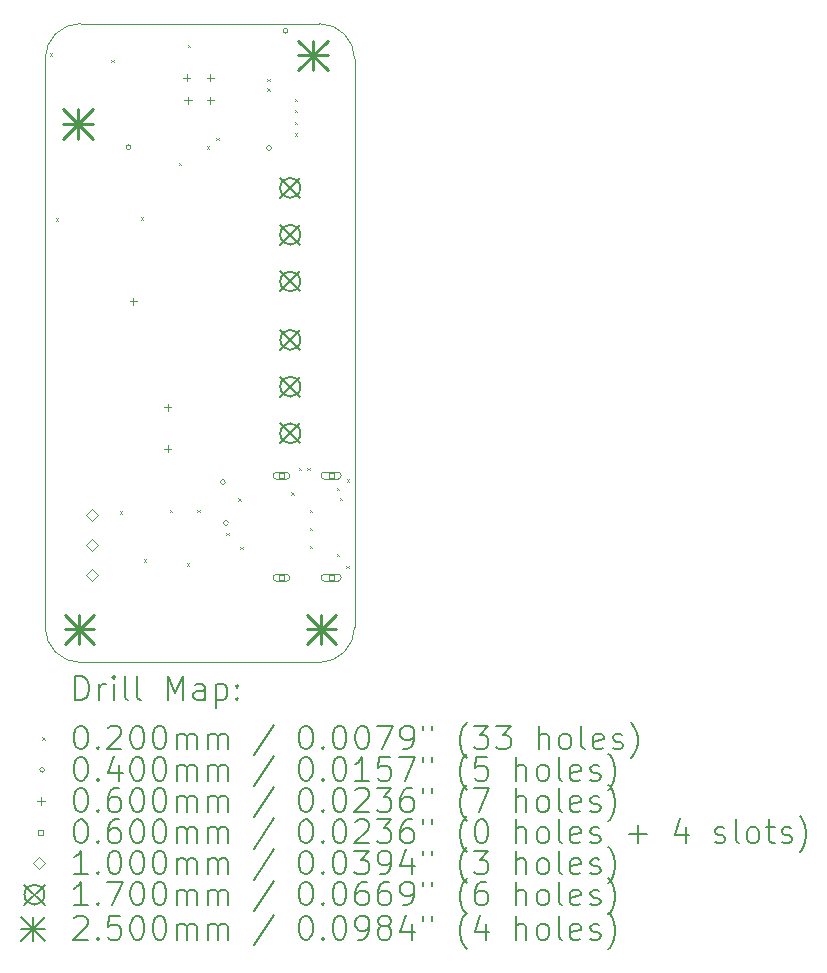
<source format=gbr>
%TF.GenerationSoftware,KiCad,Pcbnew,7.0.9+1*%
%TF.CreationDate,2024-01-15T22:22:26-05:00*%
%TF.ProjectId,2812-32-mini,32383132-2d33-4322-9d6d-696e692e6b69,rev?*%
%TF.SameCoordinates,Original*%
%TF.FileFunction,Drillmap*%
%TF.FilePolarity,Positive*%
%FSLAX45Y45*%
G04 Gerber Fmt 4.5, Leading zero omitted, Abs format (unit mm)*
G04 Created by KiCad (PCBNEW 7.0.9+1) date 2024-01-15 22:22:26*
%MOMM*%
%LPD*%
G01*
G04 APERTURE LIST*
%ADD10C,0.100000*%
%ADD11C,0.200000*%
%ADD12C,0.170000*%
%ADD13C,0.250000*%
G04 APERTURE END LIST*
D10*
X8000000Y-1800000D02*
G75*
G03*
X7700000Y-2100000I0J-300000D01*
G01*
X7700000Y-2100000D02*
X7700000Y-6910000D01*
X10020000Y-7210000D02*
X8000000Y-7210000D01*
X10320000Y-2100000D02*
X10320000Y-6910000D01*
X10320000Y-2100000D02*
G75*
G03*
X10020000Y-1800000I-300000J0D01*
G01*
X8000000Y-1800000D02*
X10020000Y-1800000D01*
X7700000Y-6910000D02*
G75*
G03*
X8000000Y-7210000I300000J0D01*
G01*
X10020000Y-7210000D02*
G75*
G03*
X10320000Y-6910000I0J300000D01*
G01*
D11*
D10*
X7737500Y-2052500D02*
X7757500Y-2072500D01*
X7757500Y-2052500D02*
X7737500Y-2072500D01*
X7790000Y-3450000D02*
X7810000Y-3470000D01*
X7810000Y-3450000D02*
X7790000Y-3470000D01*
X8260000Y-2110000D02*
X8280000Y-2130000D01*
X8280000Y-2110000D02*
X8260000Y-2130000D01*
X8330000Y-5930000D02*
X8350000Y-5950000D01*
X8350000Y-5930000D02*
X8330000Y-5950000D01*
X8510000Y-3440000D02*
X8530000Y-3460000D01*
X8530000Y-3440000D02*
X8510000Y-3460000D01*
X8535000Y-6335000D02*
X8555000Y-6355000D01*
X8555000Y-6335000D02*
X8535000Y-6355000D01*
X8755000Y-5920000D02*
X8775000Y-5940000D01*
X8775000Y-5920000D02*
X8755000Y-5940000D01*
X8830000Y-2980000D02*
X8850000Y-3000000D01*
X8850000Y-2980000D02*
X8830000Y-3000000D01*
X8900000Y-6370000D02*
X8920000Y-6390000D01*
X8920000Y-6370000D02*
X8900000Y-6390000D01*
X8910000Y-1980000D02*
X8930000Y-2000000D01*
X8930000Y-1980000D02*
X8910000Y-2000000D01*
X8990000Y-5920000D02*
X9010000Y-5940000D01*
X9010000Y-5920000D02*
X8990000Y-5940000D01*
X9070000Y-2840000D02*
X9090000Y-2860000D01*
X9090000Y-2840000D02*
X9070000Y-2860000D01*
X9150000Y-2770000D02*
X9170000Y-2790000D01*
X9170000Y-2770000D02*
X9150000Y-2790000D01*
X9234964Y-6110000D02*
X9254964Y-6130000D01*
X9254964Y-6110000D02*
X9234964Y-6130000D01*
X9335000Y-5820000D02*
X9355000Y-5840000D01*
X9355000Y-5820000D02*
X9335000Y-5840000D01*
X9354000Y-6232000D02*
X9374000Y-6252000D01*
X9374000Y-6232000D02*
X9354000Y-6252000D01*
X9580000Y-2270000D02*
X9600000Y-2290000D01*
X9600000Y-2270000D02*
X9580000Y-2290000D01*
X9580000Y-2350000D02*
X9600000Y-2370000D01*
X9600000Y-2350000D02*
X9580000Y-2370000D01*
X9785000Y-5770000D02*
X9805000Y-5790000D01*
X9805000Y-5770000D02*
X9785000Y-5790000D01*
X9815500Y-2440000D02*
X9835500Y-2460000D01*
X9835500Y-2440000D02*
X9815500Y-2460000D01*
X9815500Y-2530000D02*
X9835500Y-2550000D01*
X9835500Y-2530000D02*
X9815500Y-2550000D01*
X9815500Y-2630000D02*
X9835500Y-2650000D01*
X9835500Y-2630000D02*
X9815500Y-2650000D01*
X9815500Y-2730000D02*
X9835500Y-2750000D01*
X9835500Y-2730000D02*
X9815500Y-2750000D01*
X9850000Y-5560000D02*
X9870000Y-5580000D01*
X9870000Y-5560000D02*
X9850000Y-5580000D01*
X9920000Y-5560000D02*
X9940000Y-5580000D01*
X9940000Y-5560000D02*
X9920000Y-5580000D01*
X9940000Y-5920000D02*
X9960000Y-5940000D01*
X9960000Y-5920000D02*
X9940000Y-5940000D01*
X9940000Y-6070000D02*
X9960000Y-6090000D01*
X9960000Y-6070000D02*
X9940000Y-6090000D01*
X9940000Y-6220000D02*
X9960000Y-6240000D01*
X9960000Y-6220000D02*
X9940000Y-6240000D01*
X10171000Y-5730000D02*
X10191000Y-5750000D01*
X10191000Y-5730000D02*
X10171000Y-5750000D01*
X10171000Y-6290000D02*
X10191000Y-6310000D01*
X10191000Y-6290000D02*
X10171000Y-6310000D01*
X10194650Y-5817550D02*
X10214650Y-5837550D01*
X10214650Y-5817550D02*
X10194650Y-5837550D01*
X10250000Y-6390000D02*
X10270000Y-6410000D01*
X10270000Y-6390000D02*
X10250000Y-6410000D01*
X10253650Y-5660000D02*
X10273650Y-5680000D01*
X10273650Y-5660000D02*
X10253650Y-5680000D01*
X8427000Y-2848000D02*
G75*
G03*
X8427000Y-2848000I-20000J0D01*
G01*
X9225000Y-5682500D02*
G75*
G03*
X9225000Y-5682500I-20000J0D01*
G01*
X9250402Y-6028686D02*
G75*
G03*
X9250402Y-6028686I-20000J0D01*
G01*
X9615000Y-2854000D02*
G75*
G03*
X9615000Y-2854000I-20000J0D01*
G01*
X9755000Y-1863000D02*
G75*
G03*
X9755000Y-1863000I-20000J0D01*
G01*
X8447000Y-4122000D02*
X8447000Y-4182000D01*
X8417000Y-4152000D02*
X8477000Y-4152000D01*
X8740000Y-5020000D02*
X8740000Y-5080000D01*
X8710000Y-5050000D02*
X8770000Y-5050000D01*
X8740000Y-5370000D02*
X8740000Y-5430000D01*
X8710000Y-5400000D02*
X8770000Y-5400000D01*
X8900000Y-2230000D02*
X8900000Y-2290000D01*
X8870000Y-2260000D02*
X8930000Y-2260000D01*
X8910000Y-2420000D02*
X8910000Y-2480000D01*
X8880000Y-2450000D02*
X8940000Y-2450000D01*
X9100000Y-2230000D02*
X9100000Y-2290000D01*
X9070000Y-2260000D02*
X9130000Y-2260000D01*
X9100000Y-2420000D02*
X9100000Y-2480000D01*
X9070000Y-2450000D02*
X9130000Y-2450000D01*
X9722213Y-5649213D02*
X9722213Y-5606787D01*
X9679787Y-5606787D01*
X9679787Y-5649213D01*
X9722213Y-5649213D01*
X9741000Y-5598000D02*
X9661000Y-5598000D01*
X9661000Y-5598000D02*
G75*
G03*
X9661000Y-5658000I0J-30000D01*
G01*
X9661000Y-5658000D02*
X9741000Y-5658000D01*
X9741000Y-5658000D02*
G75*
G03*
X9741000Y-5598000I0J30000D01*
G01*
X9722213Y-6513213D02*
X9722213Y-6470787D01*
X9679787Y-6470787D01*
X9679787Y-6513213D01*
X9722213Y-6513213D01*
X9741000Y-6462000D02*
X9661000Y-6462000D01*
X9661000Y-6462000D02*
G75*
G03*
X9661000Y-6522000I0J-30000D01*
G01*
X9661000Y-6522000D02*
X9741000Y-6522000D01*
X9741000Y-6522000D02*
G75*
G03*
X9741000Y-6462000I0J30000D01*
G01*
X10142213Y-5649213D02*
X10142213Y-5606787D01*
X10099787Y-5606787D01*
X10099787Y-5649213D01*
X10142213Y-5649213D01*
X10176000Y-5598000D02*
X10066000Y-5598000D01*
X10066000Y-5598000D02*
G75*
G03*
X10066000Y-5658000I0J-30000D01*
G01*
X10066000Y-5658000D02*
X10176000Y-5658000D01*
X10176000Y-5658000D02*
G75*
G03*
X10176000Y-5598000I0J30000D01*
G01*
X10142213Y-6513213D02*
X10142213Y-6470787D01*
X10099787Y-6470787D01*
X10099787Y-6513213D01*
X10142213Y-6513213D01*
X10176000Y-6462000D02*
X10066000Y-6462000D01*
X10066000Y-6462000D02*
G75*
G03*
X10066000Y-6522000I0J-30000D01*
G01*
X10066000Y-6522000D02*
X10176000Y-6522000D01*
X10176000Y-6522000D02*
G75*
G03*
X10176000Y-6462000I0J30000D01*
G01*
X8100000Y-6010000D02*
X8150000Y-5960000D01*
X8100000Y-5910000D01*
X8050000Y-5960000D01*
X8100000Y-6010000D01*
X8100000Y-6264000D02*
X8150000Y-6214000D01*
X8100000Y-6164000D01*
X8050000Y-6214000D01*
X8100000Y-6264000D01*
X8100000Y-6518000D02*
X8150000Y-6468000D01*
X8100000Y-6418000D01*
X8050000Y-6468000D01*
X8100000Y-6518000D01*
D12*
X9690000Y-3106750D02*
X9860000Y-3276750D01*
X9860000Y-3106750D02*
X9690000Y-3276750D01*
X9860000Y-3191750D02*
G75*
G03*
X9860000Y-3191750I-85000J0D01*
G01*
X9690000Y-3502750D02*
X9860000Y-3672750D01*
X9860000Y-3502750D02*
X9690000Y-3672750D01*
X9860000Y-3587750D02*
G75*
G03*
X9860000Y-3587750I-85000J0D01*
G01*
X9690000Y-3898750D02*
X9860000Y-4068750D01*
X9860000Y-3898750D02*
X9690000Y-4068750D01*
X9860000Y-3983750D02*
G75*
G03*
X9860000Y-3983750I-85000J0D01*
G01*
X9691000Y-4393000D02*
X9861000Y-4563000D01*
X9861000Y-4393000D02*
X9691000Y-4563000D01*
X9861000Y-4478000D02*
G75*
G03*
X9861000Y-4478000I-85000J0D01*
G01*
X9691000Y-4789000D02*
X9861000Y-4959000D01*
X9861000Y-4789000D02*
X9691000Y-4959000D01*
X9861000Y-4874000D02*
G75*
G03*
X9861000Y-4874000I-85000J0D01*
G01*
X9691000Y-5185000D02*
X9861000Y-5355000D01*
X9861000Y-5185000D02*
X9691000Y-5355000D01*
X9861000Y-5270000D02*
G75*
G03*
X9861000Y-5270000I-85000J0D01*
G01*
D13*
X7855000Y-2525000D02*
X8105000Y-2775000D01*
X8105000Y-2525000D02*
X7855000Y-2775000D01*
X7980000Y-2525000D02*
X7980000Y-2775000D01*
X7855000Y-2650000D02*
X8105000Y-2650000D01*
X7865000Y-6805000D02*
X8115000Y-7055000D01*
X8115000Y-6805000D02*
X7865000Y-7055000D01*
X7990000Y-6805000D02*
X7990000Y-7055000D01*
X7865000Y-6930000D02*
X8115000Y-6930000D01*
X9845000Y-1945000D02*
X10095000Y-2195000D01*
X10095000Y-1945000D02*
X9845000Y-2195000D01*
X9970000Y-1945000D02*
X9970000Y-2195000D01*
X9845000Y-2070000D02*
X10095000Y-2070000D01*
X9915000Y-6805000D02*
X10165000Y-7055000D01*
X10165000Y-6805000D02*
X9915000Y-7055000D01*
X10040000Y-6805000D02*
X10040000Y-7055000D01*
X9915000Y-6930000D02*
X10165000Y-6930000D01*
D11*
X7955777Y-7526484D02*
X7955777Y-7326484D01*
X7955777Y-7326484D02*
X8003396Y-7326484D01*
X8003396Y-7326484D02*
X8031967Y-7336008D01*
X8031967Y-7336008D02*
X8051015Y-7355055D01*
X8051015Y-7355055D02*
X8060539Y-7374103D01*
X8060539Y-7374103D02*
X8070062Y-7412198D01*
X8070062Y-7412198D02*
X8070062Y-7440769D01*
X8070062Y-7440769D02*
X8060539Y-7478865D01*
X8060539Y-7478865D02*
X8051015Y-7497912D01*
X8051015Y-7497912D02*
X8031967Y-7516960D01*
X8031967Y-7516960D02*
X8003396Y-7526484D01*
X8003396Y-7526484D02*
X7955777Y-7526484D01*
X8155777Y-7526484D02*
X8155777Y-7393150D01*
X8155777Y-7431246D02*
X8165301Y-7412198D01*
X8165301Y-7412198D02*
X8174824Y-7402674D01*
X8174824Y-7402674D02*
X8193872Y-7393150D01*
X8193872Y-7393150D02*
X8212920Y-7393150D01*
X8279586Y-7526484D02*
X8279586Y-7393150D01*
X8279586Y-7326484D02*
X8270062Y-7336008D01*
X8270062Y-7336008D02*
X8279586Y-7345531D01*
X8279586Y-7345531D02*
X8289110Y-7336008D01*
X8289110Y-7336008D02*
X8279586Y-7326484D01*
X8279586Y-7326484D02*
X8279586Y-7345531D01*
X8403396Y-7526484D02*
X8384348Y-7516960D01*
X8384348Y-7516960D02*
X8374824Y-7497912D01*
X8374824Y-7497912D02*
X8374824Y-7326484D01*
X8508158Y-7526484D02*
X8489110Y-7516960D01*
X8489110Y-7516960D02*
X8479586Y-7497912D01*
X8479586Y-7497912D02*
X8479586Y-7326484D01*
X8736729Y-7526484D02*
X8736729Y-7326484D01*
X8736729Y-7326484D02*
X8803396Y-7469341D01*
X8803396Y-7469341D02*
X8870063Y-7326484D01*
X8870063Y-7326484D02*
X8870063Y-7526484D01*
X9051015Y-7526484D02*
X9051015Y-7421722D01*
X9051015Y-7421722D02*
X9041491Y-7402674D01*
X9041491Y-7402674D02*
X9022444Y-7393150D01*
X9022444Y-7393150D02*
X8984348Y-7393150D01*
X8984348Y-7393150D02*
X8965301Y-7402674D01*
X9051015Y-7516960D02*
X9031967Y-7526484D01*
X9031967Y-7526484D02*
X8984348Y-7526484D01*
X8984348Y-7526484D02*
X8965301Y-7516960D01*
X8965301Y-7516960D02*
X8955777Y-7497912D01*
X8955777Y-7497912D02*
X8955777Y-7478865D01*
X8955777Y-7478865D02*
X8965301Y-7459817D01*
X8965301Y-7459817D02*
X8984348Y-7450293D01*
X8984348Y-7450293D02*
X9031967Y-7450293D01*
X9031967Y-7450293D02*
X9051015Y-7440769D01*
X9146253Y-7393150D02*
X9146253Y-7593150D01*
X9146253Y-7402674D02*
X9165301Y-7393150D01*
X9165301Y-7393150D02*
X9203396Y-7393150D01*
X9203396Y-7393150D02*
X9222444Y-7402674D01*
X9222444Y-7402674D02*
X9231967Y-7412198D01*
X9231967Y-7412198D02*
X9241491Y-7431246D01*
X9241491Y-7431246D02*
X9241491Y-7488388D01*
X9241491Y-7488388D02*
X9231967Y-7507436D01*
X9231967Y-7507436D02*
X9222444Y-7516960D01*
X9222444Y-7516960D02*
X9203396Y-7526484D01*
X9203396Y-7526484D02*
X9165301Y-7526484D01*
X9165301Y-7526484D02*
X9146253Y-7516960D01*
X9327205Y-7507436D02*
X9336729Y-7516960D01*
X9336729Y-7516960D02*
X9327205Y-7526484D01*
X9327205Y-7526484D02*
X9317682Y-7516960D01*
X9317682Y-7516960D02*
X9327205Y-7507436D01*
X9327205Y-7507436D02*
X9327205Y-7526484D01*
X9327205Y-7402674D02*
X9336729Y-7412198D01*
X9336729Y-7412198D02*
X9327205Y-7421722D01*
X9327205Y-7421722D02*
X9317682Y-7412198D01*
X9317682Y-7412198D02*
X9327205Y-7402674D01*
X9327205Y-7402674D02*
X9327205Y-7421722D01*
D10*
X7675000Y-7845000D02*
X7695000Y-7865000D01*
X7695000Y-7845000D02*
X7675000Y-7865000D01*
D11*
X7993872Y-7746484D02*
X8012920Y-7746484D01*
X8012920Y-7746484D02*
X8031967Y-7756008D01*
X8031967Y-7756008D02*
X8041491Y-7765531D01*
X8041491Y-7765531D02*
X8051015Y-7784579D01*
X8051015Y-7784579D02*
X8060539Y-7822674D01*
X8060539Y-7822674D02*
X8060539Y-7870293D01*
X8060539Y-7870293D02*
X8051015Y-7908388D01*
X8051015Y-7908388D02*
X8041491Y-7927436D01*
X8041491Y-7927436D02*
X8031967Y-7936960D01*
X8031967Y-7936960D02*
X8012920Y-7946484D01*
X8012920Y-7946484D02*
X7993872Y-7946484D01*
X7993872Y-7946484D02*
X7974824Y-7936960D01*
X7974824Y-7936960D02*
X7965301Y-7927436D01*
X7965301Y-7927436D02*
X7955777Y-7908388D01*
X7955777Y-7908388D02*
X7946253Y-7870293D01*
X7946253Y-7870293D02*
X7946253Y-7822674D01*
X7946253Y-7822674D02*
X7955777Y-7784579D01*
X7955777Y-7784579D02*
X7965301Y-7765531D01*
X7965301Y-7765531D02*
X7974824Y-7756008D01*
X7974824Y-7756008D02*
X7993872Y-7746484D01*
X8146253Y-7927436D02*
X8155777Y-7936960D01*
X8155777Y-7936960D02*
X8146253Y-7946484D01*
X8146253Y-7946484D02*
X8136729Y-7936960D01*
X8136729Y-7936960D02*
X8146253Y-7927436D01*
X8146253Y-7927436D02*
X8146253Y-7946484D01*
X8231967Y-7765531D02*
X8241491Y-7756008D01*
X8241491Y-7756008D02*
X8260539Y-7746484D01*
X8260539Y-7746484D02*
X8308158Y-7746484D01*
X8308158Y-7746484D02*
X8327205Y-7756008D01*
X8327205Y-7756008D02*
X8336729Y-7765531D01*
X8336729Y-7765531D02*
X8346253Y-7784579D01*
X8346253Y-7784579D02*
X8346253Y-7803627D01*
X8346253Y-7803627D02*
X8336729Y-7832198D01*
X8336729Y-7832198D02*
X8222443Y-7946484D01*
X8222443Y-7946484D02*
X8346253Y-7946484D01*
X8470063Y-7746484D02*
X8489110Y-7746484D01*
X8489110Y-7746484D02*
X8508158Y-7756008D01*
X8508158Y-7756008D02*
X8517682Y-7765531D01*
X8517682Y-7765531D02*
X8527205Y-7784579D01*
X8527205Y-7784579D02*
X8536729Y-7822674D01*
X8536729Y-7822674D02*
X8536729Y-7870293D01*
X8536729Y-7870293D02*
X8527205Y-7908388D01*
X8527205Y-7908388D02*
X8517682Y-7927436D01*
X8517682Y-7927436D02*
X8508158Y-7936960D01*
X8508158Y-7936960D02*
X8489110Y-7946484D01*
X8489110Y-7946484D02*
X8470063Y-7946484D01*
X8470063Y-7946484D02*
X8451015Y-7936960D01*
X8451015Y-7936960D02*
X8441491Y-7927436D01*
X8441491Y-7927436D02*
X8431967Y-7908388D01*
X8431967Y-7908388D02*
X8422444Y-7870293D01*
X8422444Y-7870293D02*
X8422444Y-7822674D01*
X8422444Y-7822674D02*
X8431967Y-7784579D01*
X8431967Y-7784579D02*
X8441491Y-7765531D01*
X8441491Y-7765531D02*
X8451015Y-7756008D01*
X8451015Y-7756008D02*
X8470063Y-7746484D01*
X8660539Y-7746484D02*
X8679586Y-7746484D01*
X8679586Y-7746484D02*
X8698634Y-7756008D01*
X8698634Y-7756008D02*
X8708158Y-7765531D01*
X8708158Y-7765531D02*
X8717682Y-7784579D01*
X8717682Y-7784579D02*
X8727205Y-7822674D01*
X8727205Y-7822674D02*
X8727205Y-7870293D01*
X8727205Y-7870293D02*
X8717682Y-7908388D01*
X8717682Y-7908388D02*
X8708158Y-7927436D01*
X8708158Y-7927436D02*
X8698634Y-7936960D01*
X8698634Y-7936960D02*
X8679586Y-7946484D01*
X8679586Y-7946484D02*
X8660539Y-7946484D01*
X8660539Y-7946484D02*
X8641491Y-7936960D01*
X8641491Y-7936960D02*
X8631967Y-7927436D01*
X8631967Y-7927436D02*
X8622444Y-7908388D01*
X8622444Y-7908388D02*
X8612920Y-7870293D01*
X8612920Y-7870293D02*
X8612920Y-7822674D01*
X8612920Y-7822674D02*
X8622444Y-7784579D01*
X8622444Y-7784579D02*
X8631967Y-7765531D01*
X8631967Y-7765531D02*
X8641491Y-7756008D01*
X8641491Y-7756008D02*
X8660539Y-7746484D01*
X8812920Y-7946484D02*
X8812920Y-7813150D01*
X8812920Y-7832198D02*
X8822444Y-7822674D01*
X8822444Y-7822674D02*
X8841491Y-7813150D01*
X8841491Y-7813150D02*
X8870063Y-7813150D01*
X8870063Y-7813150D02*
X8889110Y-7822674D01*
X8889110Y-7822674D02*
X8898634Y-7841722D01*
X8898634Y-7841722D02*
X8898634Y-7946484D01*
X8898634Y-7841722D02*
X8908158Y-7822674D01*
X8908158Y-7822674D02*
X8927205Y-7813150D01*
X8927205Y-7813150D02*
X8955777Y-7813150D01*
X8955777Y-7813150D02*
X8974825Y-7822674D01*
X8974825Y-7822674D02*
X8984348Y-7841722D01*
X8984348Y-7841722D02*
X8984348Y-7946484D01*
X9079586Y-7946484D02*
X9079586Y-7813150D01*
X9079586Y-7832198D02*
X9089110Y-7822674D01*
X9089110Y-7822674D02*
X9108158Y-7813150D01*
X9108158Y-7813150D02*
X9136729Y-7813150D01*
X9136729Y-7813150D02*
X9155777Y-7822674D01*
X9155777Y-7822674D02*
X9165301Y-7841722D01*
X9165301Y-7841722D02*
X9165301Y-7946484D01*
X9165301Y-7841722D02*
X9174825Y-7822674D01*
X9174825Y-7822674D02*
X9193872Y-7813150D01*
X9193872Y-7813150D02*
X9222444Y-7813150D01*
X9222444Y-7813150D02*
X9241491Y-7822674D01*
X9241491Y-7822674D02*
X9251015Y-7841722D01*
X9251015Y-7841722D02*
X9251015Y-7946484D01*
X9641491Y-7736960D02*
X9470063Y-7994103D01*
X9898634Y-7746484D02*
X9917682Y-7746484D01*
X9917682Y-7746484D02*
X9936729Y-7756008D01*
X9936729Y-7756008D02*
X9946253Y-7765531D01*
X9946253Y-7765531D02*
X9955777Y-7784579D01*
X9955777Y-7784579D02*
X9965301Y-7822674D01*
X9965301Y-7822674D02*
X9965301Y-7870293D01*
X9965301Y-7870293D02*
X9955777Y-7908388D01*
X9955777Y-7908388D02*
X9946253Y-7927436D01*
X9946253Y-7927436D02*
X9936729Y-7936960D01*
X9936729Y-7936960D02*
X9917682Y-7946484D01*
X9917682Y-7946484D02*
X9898634Y-7946484D01*
X9898634Y-7946484D02*
X9879587Y-7936960D01*
X9879587Y-7936960D02*
X9870063Y-7927436D01*
X9870063Y-7927436D02*
X9860539Y-7908388D01*
X9860539Y-7908388D02*
X9851015Y-7870293D01*
X9851015Y-7870293D02*
X9851015Y-7822674D01*
X9851015Y-7822674D02*
X9860539Y-7784579D01*
X9860539Y-7784579D02*
X9870063Y-7765531D01*
X9870063Y-7765531D02*
X9879587Y-7756008D01*
X9879587Y-7756008D02*
X9898634Y-7746484D01*
X10051015Y-7927436D02*
X10060539Y-7936960D01*
X10060539Y-7936960D02*
X10051015Y-7946484D01*
X10051015Y-7946484D02*
X10041491Y-7936960D01*
X10041491Y-7936960D02*
X10051015Y-7927436D01*
X10051015Y-7927436D02*
X10051015Y-7946484D01*
X10184348Y-7746484D02*
X10203396Y-7746484D01*
X10203396Y-7746484D02*
X10222444Y-7756008D01*
X10222444Y-7756008D02*
X10231968Y-7765531D01*
X10231968Y-7765531D02*
X10241491Y-7784579D01*
X10241491Y-7784579D02*
X10251015Y-7822674D01*
X10251015Y-7822674D02*
X10251015Y-7870293D01*
X10251015Y-7870293D02*
X10241491Y-7908388D01*
X10241491Y-7908388D02*
X10231968Y-7927436D01*
X10231968Y-7927436D02*
X10222444Y-7936960D01*
X10222444Y-7936960D02*
X10203396Y-7946484D01*
X10203396Y-7946484D02*
X10184348Y-7946484D01*
X10184348Y-7946484D02*
X10165301Y-7936960D01*
X10165301Y-7936960D02*
X10155777Y-7927436D01*
X10155777Y-7927436D02*
X10146253Y-7908388D01*
X10146253Y-7908388D02*
X10136729Y-7870293D01*
X10136729Y-7870293D02*
X10136729Y-7822674D01*
X10136729Y-7822674D02*
X10146253Y-7784579D01*
X10146253Y-7784579D02*
X10155777Y-7765531D01*
X10155777Y-7765531D02*
X10165301Y-7756008D01*
X10165301Y-7756008D02*
X10184348Y-7746484D01*
X10374825Y-7746484D02*
X10393872Y-7746484D01*
X10393872Y-7746484D02*
X10412920Y-7756008D01*
X10412920Y-7756008D02*
X10422444Y-7765531D01*
X10422444Y-7765531D02*
X10431968Y-7784579D01*
X10431968Y-7784579D02*
X10441491Y-7822674D01*
X10441491Y-7822674D02*
X10441491Y-7870293D01*
X10441491Y-7870293D02*
X10431968Y-7908388D01*
X10431968Y-7908388D02*
X10422444Y-7927436D01*
X10422444Y-7927436D02*
X10412920Y-7936960D01*
X10412920Y-7936960D02*
X10393872Y-7946484D01*
X10393872Y-7946484D02*
X10374825Y-7946484D01*
X10374825Y-7946484D02*
X10355777Y-7936960D01*
X10355777Y-7936960D02*
X10346253Y-7927436D01*
X10346253Y-7927436D02*
X10336729Y-7908388D01*
X10336729Y-7908388D02*
X10327206Y-7870293D01*
X10327206Y-7870293D02*
X10327206Y-7822674D01*
X10327206Y-7822674D02*
X10336729Y-7784579D01*
X10336729Y-7784579D02*
X10346253Y-7765531D01*
X10346253Y-7765531D02*
X10355777Y-7756008D01*
X10355777Y-7756008D02*
X10374825Y-7746484D01*
X10508158Y-7746484D02*
X10641491Y-7746484D01*
X10641491Y-7746484D02*
X10555777Y-7946484D01*
X10727206Y-7946484D02*
X10765301Y-7946484D01*
X10765301Y-7946484D02*
X10784349Y-7936960D01*
X10784349Y-7936960D02*
X10793872Y-7927436D01*
X10793872Y-7927436D02*
X10812920Y-7898865D01*
X10812920Y-7898865D02*
X10822444Y-7860769D01*
X10822444Y-7860769D02*
X10822444Y-7784579D01*
X10822444Y-7784579D02*
X10812920Y-7765531D01*
X10812920Y-7765531D02*
X10803396Y-7756008D01*
X10803396Y-7756008D02*
X10784349Y-7746484D01*
X10784349Y-7746484D02*
X10746253Y-7746484D01*
X10746253Y-7746484D02*
X10727206Y-7756008D01*
X10727206Y-7756008D02*
X10717682Y-7765531D01*
X10717682Y-7765531D02*
X10708158Y-7784579D01*
X10708158Y-7784579D02*
X10708158Y-7832198D01*
X10708158Y-7832198D02*
X10717682Y-7851246D01*
X10717682Y-7851246D02*
X10727206Y-7860769D01*
X10727206Y-7860769D02*
X10746253Y-7870293D01*
X10746253Y-7870293D02*
X10784349Y-7870293D01*
X10784349Y-7870293D02*
X10803396Y-7860769D01*
X10803396Y-7860769D02*
X10812920Y-7851246D01*
X10812920Y-7851246D02*
X10822444Y-7832198D01*
X10898634Y-7746484D02*
X10898634Y-7784579D01*
X10974825Y-7746484D02*
X10974825Y-7784579D01*
X11270063Y-8022674D02*
X11260539Y-8013150D01*
X11260539Y-8013150D02*
X11241491Y-7984579D01*
X11241491Y-7984579D02*
X11231968Y-7965531D01*
X11231968Y-7965531D02*
X11222444Y-7936960D01*
X11222444Y-7936960D02*
X11212920Y-7889341D01*
X11212920Y-7889341D02*
X11212920Y-7851246D01*
X11212920Y-7851246D02*
X11222444Y-7803627D01*
X11222444Y-7803627D02*
X11231968Y-7775055D01*
X11231968Y-7775055D02*
X11241491Y-7756008D01*
X11241491Y-7756008D02*
X11260539Y-7727436D01*
X11260539Y-7727436D02*
X11270063Y-7717912D01*
X11327206Y-7746484D02*
X11451015Y-7746484D01*
X11451015Y-7746484D02*
X11384348Y-7822674D01*
X11384348Y-7822674D02*
X11412920Y-7822674D01*
X11412920Y-7822674D02*
X11431968Y-7832198D01*
X11431968Y-7832198D02*
X11441491Y-7841722D01*
X11441491Y-7841722D02*
X11451015Y-7860769D01*
X11451015Y-7860769D02*
X11451015Y-7908388D01*
X11451015Y-7908388D02*
X11441491Y-7927436D01*
X11441491Y-7927436D02*
X11431968Y-7936960D01*
X11431968Y-7936960D02*
X11412920Y-7946484D01*
X11412920Y-7946484D02*
X11355777Y-7946484D01*
X11355777Y-7946484D02*
X11336729Y-7936960D01*
X11336729Y-7936960D02*
X11327206Y-7927436D01*
X11517682Y-7746484D02*
X11641491Y-7746484D01*
X11641491Y-7746484D02*
X11574825Y-7822674D01*
X11574825Y-7822674D02*
X11603396Y-7822674D01*
X11603396Y-7822674D02*
X11622444Y-7832198D01*
X11622444Y-7832198D02*
X11631968Y-7841722D01*
X11631968Y-7841722D02*
X11641491Y-7860769D01*
X11641491Y-7860769D02*
X11641491Y-7908388D01*
X11641491Y-7908388D02*
X11631968Y-7927436D01*
X11631968Y-7927436D02*
X11622444Y-7936960D01*
X11622444Y-7936960D02*
X11603396Y-7946484D01*
X11603396Y-7946484D02*
X11546253Y-7946484D01*
X11546253Y-7946484D02*
X11527206Y-7936960D01*
X11527206Y-7936960D02*
X11517682Y-7927436D01*
X11879587Y-7946484D02*
X11879587Y-7746484D01*
X11965301Y-7946484D02*
X11965301Y-7841722D01*
X11965301Y-7841722D02*
X11955777Y-7822674D01*
X11955777Y-7822674D02*
X11936730Y-7813150D01*
X11936730Y-7813150D02*
X11908158Y-7813150D01*
X11908158Y-7813150D02*
X11889110Y-7822674D01*
X11889110Y-7822674D02*
X11879587Y-7832198D01*
X12089110Y-7946484D02*
X12070063Y-7936960D01*
X12070063Y-7936960D02*
X12060539Y-7927436D01*
X12060539Y-7927436D02*
X12051015Y-7908388D01*
X12051015Y-7908388D02*
X12051015Y-7851246D01*
X12051015Y-7851246D02*
X12060539Y-7832198D01*
X12060539Y-7832198D02*
X12070063Y-7822674D01*
X12070063Y-7822674D02*
X12089110Y-7813150D01*
X12089110Y-7813150D02*
X12117682Y-7813150D01*
X12117682Y-7813150D02*
X12136730Y-7822674D01*
X12136730Y-7822674D02*
X12146253Y-7832198D01*
X12146253Y-7832198D02*
X12155777Y-7851246D01*
X12155777Y-7851246D02*
X12155777Y-7908388D01*
X12155777Y-7908388D02*
X12146253Y-7927436D01*
X12146253Y-7927436D02*
X12136730Y-7936960D01*
X12136730Y-7936960D02*
X12117682Y-7946484D01*
X12117682Y-7946484D02*
X12089110Y-7946484D01*
X12270063Y-7946484D02*
X12251015Y-7936960D01*
X12251015Y-7936960D02*
X12241491Y-7917912D01*
X12241491Y-7917912D02*
X12241491Y-7746484D01*
X12422444Y-7936960D02*
X12403396Y-7946484D01*
X12403396Y-7946484D02*
X12365301Y-7946484D01*
X12365301Y-7946484D02*
X12346253Y-7936960D01*
X12346253Y-7936960D02*
X12336730Y-7917912D01*
X12336730Y-7917912D02*
X12336730Y-7841722D01*
X12336730Y-7841722D02*
X12346253Y-7822674D01*
X12346253Y-7822674D02*
X12365301Y-7813150D01*
X12365301Y-7813150D02*
X12403396Y-7813150D01*
X12403396Y-7813150D02*
X12422444Y-7822674D01*
X12422444Y-7822674D02*
X12431968Y-7841722D01*
X12431968Y-7841722D02*
X12431968Y-7860769D01*
X12431968Y-7860769D02*
X12336730Y-7879817D01*
X12508158Y-7936960D02*
X12527206Y-7946484D01*
X12527206Y-7946484D02*
X12565301Y-7946484D01*
X12565301Y-7946484D02*
X12584349Y-7936960D01*
X12584349Y-7936960D02*
X12593872Y-7917912D01*
X12593872Y-7917912D02*
X12593872Y-7908388D01*
X12593872Y-7908388D02*
X12584349Y-7889341D01*
X12584349Y-7889341D02*
X12565301Y-7879817D01*
X12565301Y-7879817D02*
X12536730Y-7879817D01*
X12536730Y-7879817D02*
X12517682Y-7870293D01*
X12517682Y-7870293D02*
X12508158Y-7851246D01*
X12508158Y-7851246D02*
X12508158Y-7841722D01*
X12508158Y-7841722D02*
X12517682Y-7822674D01*
X12517682Y-7822674D02*
X12536730Y-7813150D01*
X12536730Y-7813150D02*
X12565301Y-7813150D01*
X12565301Y-7813150D02*
X12584349Y-7822674D01*
X12660539Y-8022674D02*
X12670063Y-8013150D01*
X12670063Y-8013150D02*
X12689111Y-7984579D01*
X12689111Y-7984579D02*
X12698634Y-7965531D01*
X12698634Y-7965531D02*
X12708158Y-7936960D01*
X12708158Y-7936960D02*
X12717682Y-7889341D01*
X12717682Y-7889341D02*
X12717682Y-7851246D01*
X12717682Y-7851246D02*
X12708158Y-7803627D01*
X12708158Y-7803627D02*
X12698634Y-7775055D01*
X12698634Y-7775055D02*
X12689111Y-7756008D01*
X12689111Y-7756008D02*
X12670063Y-7727436D01*
X12670063Y-7727436D02*
X12660539Y-7717912D01*
D10*
X7695000Y-8119000D02*
G75*
G03*
X7695000Y-8119000I-20000J0D01*
G01*
D11*
X7993872Y-8010484D02*
X8012920Y-8010484D01*
X8012920Y-8010484D02*
X8031967Y-8020008D01*
X8031967Y-8020008D02*
X8041491Y-8029531D01*
X8041491Y-8029531D02*
X8051015Y-8048579D01*
X8051015Y-8048579D02*
X8060539Y-8086674D01*
X8060539Y-8086674D02*
X8060539Y-8134293D01*
X8060539Y-8134293D02*
X8051015Y-8172388D01*
X8051015Y-8172388D02*
X8041491Y-8191436D01*
X8041491Y-8191436D02*
X8031967Y-8200960D01*
X8031967Y-8200960D02*
X8012920Y-8210484D01*
X8012920Y-8210484D02*
X7993872Y-8210484D01*
X7993872Y-8210484D02*
X7974824Y-8200960D01*
X7974824Y-8200960D02*
X7965301Y-8191436D01*
X7965301Y-8191436D02*
X7955777Y-8172388D01*
X7955777Y-8172388D02*
X7946253Y-8134293D01*
X7946253Y-8134293D02*
X7946253Y-8086674D01*
X7946253Y-8086674D02*
X7955777Y-8048579D01*
X7955777Y-8048579D02*
X7965301Y-8029531D01*
X7965301Y-8029531D02*
X7974824Y-8020008D01*
X7974824Y-8020008D02*
X7993872Y-8010484D01*
X8146253Y-8191436D02*
X8155777Y-8200960D01*
X8155777Y-8200960D02*
X8146253Y-8210484D01*
X8146253Y-8210484D02*
X8136729Y-8200960D01*
X8136729Y-8200960D02*
X8146253Y-8191436D01*
X8146253Y-8191436D02*
X8146253Y-8210484D01*
X8327205Y-8077150D02*
X8327205Y-8210484D01*
X8279586Y-8000960D02*
X8231967Y-8143817D01*
X8231967Y-8143817D02*
X8355777Y-8143817D01*
X8470063Y-8010484D02*
X8489110Y-8010484D01*
X8489110Y-8010484D02*
X8508158Y-8020008D01*
X8508158Y-8020008D02*
X8517682Y-8029531D01*
X8517682Y-8029531D02*
X8527205Y-8048579D01*
X8527205Y-8048579D02*
X8536729Y-8086674D01*
X8536729Y-8086674D02*
X8536729Y-8134293D01*
X8536729Y-8134293D02*
X8527205Y-8172388D01*
X8527205Y-8172388D02*
X8517682Y-8191436D01*
X8517682Y-8191436D02*
X8508158Y-8200960D01*
X8508158Y-8200960D02*
X8489110Y-8210484D01*
X8489110Y-8210484D02*
X8470063Y-8210484D01*
X8470063Y-8210484D02*
X8451015Y-8200960D01*
X8451015Y-8200960D02*
X8441491Y-8191436D01*
X8441491Y-8191436D02*
X8431967Y-8172388D01*
X8431967Y-8172388D02*
X8422444Y-8134293D01*
X8422444Y-8134293D02*
X8422444Y-8086674D01*
X8422444Y-8086674D02*
X8431967Y-8048579D01*
X8431967Y-8048579D02*
X8441491Y-8029531D01*
X8441491Y-8029531D02*
X8451015Y-8020008D01*
X8451015Y-8020008D02*
X8470063Y-8010484D01*
X8660539Y-8010484D02*
X8679586Y-8010484D01*
X8679586Y-8010484D02*
X8698634Y-8020008D01*
X8698634Y-8020008D02*
X8708158Y-8029531D01*
X8708158Y-8029531D02*
X8717682Y-8048579D01*
X8717682Y-8048579D02*
X8727205Y-8086674D01*
X8727205Y-8086674D02*
X8727205Y-8134293D01*
X8727205Y-8134293D02*
X8717682Y-8172388D01*
X8717682Y-8172388D02*
X8708158Y-8191436D01*
X8708158Y-8191436D02*
X8698634Y-8200960D01*
X8698634Y-8200960D02*
X8679586Y-8210484D01*
X8679586Y-8210484D02*
X8660539Y-8210484D01*
X8660539Y-8210484D02*
X8641491Y-8200960D01*
X8641491Y-8200960D02*
X8631967Y-8191436D01*
X8631967Y-8191436D02*
X8622444Y-8172388D01*
X8622444Y-8172388D02*
X8612920Y-8134293D01*
X8612920Y-8134293D02*
X8612920Y-8086674D01*
X8612920Y-8086674D02*
X8622444Y-8048579D01*
X8622444Y-8048579D02*
X8631967Y-8029531D01*
X8631967Y-8029531D02*
X8641491Y-8020008D01*
X8641491Y-8020008D02*
X8660539Y-8010484D01*
X8812920Y-8210484D02*
X8812920Y-8077150D01*
X8812920Y-8096198D02*
X8822444Y-8086674D01*
X8822444Y-8086674D02*
X8841491Y-8077150D01*
X8841491Y-8077150D02*
X8870063Y-8077150D01*
X8870063Y-8077150D02*
X8889110Y-8086674D01*
X8889110Y-8086674D02*
X8898634Y-8105722D01*
X8898634Y-8105722D02*
X8898634Y-8210484D01*
X8898634Y-8105722D02*
X8908158Y-8086674D01*
X8908158Y-8086674D02*
X8927205Y-8077150D01*
X8927205Y-8077150D02*
X8955777Y-8077150D01*
X8955777Y-8077150D02*
X8974825Y-8086674D01*
X8974825Y-8086674D02*
X8984348Y-8105722D01*
X8984348Y-8105722D02*
X8984348Y-8210484D01*
X9079586Y-8210484D02*
X9079586Y-8077150D01*
X9079586Y-8096198D02*
X9089110Y-8086674D01*
X9089110Y-8086674D02*
X9108158Y-8077150D01*
X9108158Y-8077150D02*
X9136729Y-8077150D01*
X9136729Y-8077150D02*
X9155777Y-8086674D01*
X9155777Y-8086674D02*
X9165301Y-8105722D01*
X9165301Y-8105722D02*
X9165301Y-8210484D01*
X9165301Y-8105722D02*
X9174825Y-8086674D01*
X9174825Y-8086674D02*
X9193872Y-8077150D01*
X9193872Y-8077150D02*
X9222444Y-8077150D01*
X9222444Y-8077150D02*
X9241491Y-8086674D01*
X9241491Y-8086674D02*
X9251015Y-8105722D01*
X9251015Y-8105722D02*
X9251015Y-8210484D01*
X9641491Y-8000960D02*
X9470063Y-8258103D01*
X9898634Y-8010484D02*
X9917682Y-8010484D01*
X9917682Y-8010484D02*
X9936729Y-8020008D01*
X9936729Y-8020008D02*
X9946253Y-8029531D01*
X9946253Y-8029531D02*
X9955777Y-8048579D01*
X9955777Y-8048579D02*
X9965301Y-8086674D01*
X9965301Y-8086674D02*
X9965301Y-8134293D01*
X9965301Y-8134293D02*
X9955777Y-8172388D01*
X9955777Y-8172388D02*
X9946253Y-8191436D01*
X9946253Y-8191436D02*
X9936729Y-8200960D01*
X9936729Y-8200960D02*
X9917682Y-8210484D01*
X9917682Y-8210484D02*
X9898634Y-8210484D01*
X9898634Y-8210484D02*
X9879587Y-8200960D01*
X9879587Y-8200960D02*
X9870063Y-8191436D01*
X9870063Y-8191436D02*
X9860539Y-8172388D01*
X9860539Y-8172388D02*
X9851015Y-8134293D01*
X9851015Y-8134293D02*
X9851015Y-8086674D01*
X9851015Y-8086674D02*
X9860539Y-8048579D01*
X9860539Y-8048579D02*
X9870063Y-8029531D01*
X9870063Y-8029531D02*
X9879587Y-8020008D01*
X9879587Y-8020008D02*
X9898634Y-8010484D01*
X10051015Y-8191436D02*
X10060539Y-8200960D01*
X10060539Y-8200960D02*
X10051015Y-8210484D01*
X10051015Y-8210484D02*
X10041491Y-8200960D01*
X10041491Y-8200960D02*
X10051015Y-8191436D01*
X10051015Y-8191436D02*
X10051015Y-8210484D01*
X10184348Y-8010484D02*
X10203396Y-8010484D01*
X10203396Y-8010484D02*
X10222444Y-8020008D01*
X10222444Y-8020008D02*
X10231968Y-8029531D01*
X10231968Y-8029531D02*
X10241491Y-8048579D01*
X10241491Y-8048579D02*
X10251015Y-8086674D01*
X10251015Y-8086674D02*
X10251015Y-8134293D01*
X10251015Y-8134293D02*
X10241491Y-8172388D01*
X10241491Y-8172388D02*
X10231968Y-8191436D01*
X10231968Y-8191436D02*
X10222444Y-8200960D01*
X10222444Y-8200960D02*
X10203396Y-8210484D01*
X10203396Y-8210484D02*
X10184348Y-8210484D01*
X10184348Y-8210484D02*
X10165301Y-8200960D01*
X10165301Y-8200960D02*
X10155777Y-8191436D01*
X10155777Y-8191436D02*
X10146253Y-8172388D01*
X10146253Y-8172388D02*
X10136729Y-8134293D01*
X10136729Y-8134293D02*
X10136729Y-8086674D01*
X10136729Y-8086674D02*
X10146253Y-8048579D01*
X10146253Y-8048579D02*
X10155777Y-8029531D01*
X10155777Y-8029531D02*
X10165301Y-8020008D01*
X10165301Y-8020008D02*
X10184348Y-8010484D01*
X10441491Y-8210484D02*
X10327206Y-8210484D01*
X10384348Y-8210484D02*
X10384348Y-8010484D01*
X10384348Y-8010484D02*
X10365301Y-8039055D01*
X10365301Y-8039055D02*
X10346253Y-8058103D01*
X10346253Y-8058103D02*
X10327206Y-8067627D01*
X10622444Y-8010484D02*
X10527206Y-8010484D01*
X10527206Y-8010484D02*
X10517682Y-8105722D01*
X10517682Y-8105722D02*
X10527206Y-8096198D01*
X10527206Y-8096198D02*
X10546253Y-8086674D01*
X10546253Y-8086674D02*
X10593872Y-8086674D01*
X10593872Y-8086674D02*
X10612920Y-8096198D01*
X10612920Y-8096198D02*
X10622444Y-8105722D01*
X10622444Y-8105722D02*
X10631968Y-8124769D01*
X10631968Y-8124769D02*
X10631968Y-8172388D01*
X10631968Y-8172388D02*
X10622444Y-8191436D01*
X10622444Y-8191436D02*
X10612920Y-8200960D01*
X10612920Y-8200960D02*
X10593872Y-8210484D01*
X10593872Y-8210484D02*
X10546253Y-8210484D01*
X10546253Y-8210484D02*
X10527206Y-8200960D01*
X10527206Y-8200960D02*
X10517682Y-8191436D01*
X10698634Y-8010484D02*
X10831968Y-8010484D01*
X10831968Y-8010484D02*
X10746253Y-8210484D01*
X10898634Y-8010484D02*
X10898634Y-8048579D01*
X10974825Y-8010484D02*
X10974825Y-8048579D01*
X11270063Y-8286674D02*
X11260539Y-8277150D01*
X11260539Y-8277150D02*
X11241491Y-8248579D01*
X11241491Y-8248579D02*
X11231968Y-8229531D01*
X11231968Y-8229531D02*
X11222444Y-8200960D01*
X11222444Y-8200960D02*
X11212920Y-8153341D01*
X11212920Y-8153341D02*
X11212920Y-8115246D01*
X11212920Y-8115246D02*
X11222444Y-8067627D01*
X11222444Y-8067627D02*
X11231968Y-8039055D01*
X11231968Y-8039055D02*
X11241491Y-8020008D01*
X11241491Y-8020008D02*
X11260539Y-7991436D01*
X11260539Y-7991436D02*
X11270063Y-7981912D01*
X11441491Y-8010484D02*
X11346253Y-8010484D01*
X11346253Y-8010484D02*
X11336729Y-8105722D01*
X11336729Y-8105722D02*
X11346253Y-8096198D01*
X11346253Y-8096198D02*
X11365301Y-8086674D01*
X11365301Y-8086674D02*
X11412920Y-8086674D01*
X11412920Y-8086674D02*
X11431968Y-8096198D01*
X11431968Y-8096198D02*
X11441491Y-8105722D01*
X11441491Y-8105722D02*
X11451015Y-8124769D01*
X11451015Y-8124769D02*
X11451015Y-8172388D01*
X11451015Y-8172388D02*
X11441491Y-8191436D01*
X11441491Y-8191436D02*
X11431968Y-8200960D01*
X11431968Y-8200960D02*
X11412920Y-8210484D01*
X11412920Y-8210484D02*
X11365301Y-8210484D01*
X11365301Y-8210484D02*
X11346253Y-8200960D01*
X11346253Y-8200960D02*
X11336729Y-8191436D01*
X11689110Y-8210484D02*
X11689110Y-8010484D01*
X11774825Y-8210484D02*
X11774825Y-8105722D01*
X11774825Y-8105722D02*
X11765301Y-8086674D01*
X11765301Y-8086674D02*
X11746253Y-8077150D01*
X11746253Y-8077150D02*
X11717682Y-8077150D01*
X11717682Y-8077150D02*
X11698634Y-8086674D01*
X11698634Y-8086674D02*
X11689110Y-8096198D01*
X11898634Y-8210484D02*
X11879587Y-8200960D01*
X11879587Y-8200960D02*
X11870063Y-8191436D01*
X11870063Y-8191436D02*
X11860539Y-8172388D01*
X11860539Y-8172388D02*
X11860539Y-8115246D01*
X11860539Y-8115246D02*
X11870063Y-8096198D01*
X11870063Y-8096198D02*
X11879587Y-8086674D01*
X11879587Y-8086674D02*
X11898634Y-8077150D01*
X11898634Y-8077150D02*
X11927206Y-8077150D01*
X11927206Y-8077150D02*
X11946253Y-8086674D01*
X11946253Y-8086674D02*
X11955777Y-8096198D01*
X11955777Y-8096198D02*
X11965301Y-8115246D01*
X11965301Y-8115246D02*
X11965301Y-8172388D01*
X11965301Y-8172388D02*
X11955777Y-8191436D01*
X11955777Y-8191436D02*
X11946253Y-8200960D01*
X11946253Y-8200960D02*
X11927206Y-8210484D01*
X11927206Y-8210484D02*
X11898634Y-8210484D01*
X12079587Y-8210484D02*
X12060539Y-8200960D01*
X12060539Y-8200960D02*
X12051015Y-8181912D01*
X12051015Y-8181912D02*
X12051015Y-8010484D01*
X12231968Y-8200960D02*
X12212920Y-8210484D01*
X12212920Y-8210484D02*
X12174825Y-8210484D01*
X12174825Y-8210484D02*
X12155777Y-8200960D01*
X12155777Y-8200960D02*
X12146253Y-8181912D01*
X12146253Y-8181912D02*
X12146253Y-8105722D01*
X12146253Y-8105722D02*
X12155777Y-8086674D01*
X12155777Y-8086674D02*
X12174825Y-8077150D01*
X12174825Y-8077150D02*
X12212920Y-8077150D01*
X12212920Y-8077150D02*
X12231968Y-8086674D01*
X12231968Y-8086674D02*
X12241491Y-8105722D01*
X12241491Y-8105722D02*
X12241491Y-8124769D01*
X12241491Y-8124769D02*
X12146253Y-8143817D01*
X12317682Y-8200960D02*
X12336730Y-8210484D01*
X12336730Y-8210484D02*
X12374825Y-8210484D01*
X12374825Y-8210484D02*
X12393872Y-8200960D01*
X12393872Y-8200960D02*
X12403396Y-8181912D01*
X12403396Y-8181912D02*
X12403396Y-8172388D01*
X12403396Y-8172388D02*
X12393872Y-8153341D01*
X12393872Y-8153341D02*
X12374825Y-8143817D01*
X12374825Y-8143817D02*
X12346253Y-8143817D01*
X12346253Y-8143817D02*
X12327206Y-8134293D01*
X12327206Y-8134293D02*
X12317682Y-8115246D01*
X12317682Y-8115246D02*
X12317682Y-8105722D01*
X12317682Y-8105722D02*
X12327206Y-8086674D01*
X12327206Y-8086674D02*
X12346253Y-8077150D01*
X12346253Y-8077150D02*
X12374825Y-8077150D01*
X12374825Y-8077150D02*
X12393872Y-8086674D01*
X12470063Y-8286674D02*
X12479587Y-8277150D01*
X12479587Y-8277150D02*
X12498634Y-8248579D01*
X12498634Y-8248579D02*
X12508158Y-8229531D01*
X12508158Y-8229531D02*
X12517682Y-8200960D01*
X12517682Y-8200960D02*
X12527206Y-8153341D01*
X12527206Y-8153341D02*
X12527206Y-8115246D01*
X12527206Y-8115246D02*
X12517682Y-8067627D01*
X12517682Y-8067627D02*
X12508158Y-8039055D01*
X12508158Y-8039055D02*
X12498634Y-8020008D01*
X12498634Y-8020008D02*
X12479587Y-7991436D01*
X12479587Y-7991436D02*
X12470063Y-7981912D01*
D10*
X7665000Y-8353000D02*
X7665000Y-8413000D01*
X7635000Y-8383000D02*
X7695000Y-8383000D01*
D11*
X7993872Y-8274484D02*
X8012920Y-8274484D01*
X8012920Y-8274484D02*
X8031967Y-8284008D01*
X8031967Y-8284008D02*
X8041491Y-8293531D01*
X8041491Y-8293531D02*
X8051015Y-8312579D01*
X8051015Y-8312579D02*
X8060539Y-8350674D01*
X8060539Y-8350674D02*
X8060539Y-8398293D01*
X8060539Y-8398293D02*
X8051015Y-8436389D01*
X8051015Y-8436389D02*
X8041491Y-8455436D01*
X8041491Y-8455436D02*
X8031967Y-8464960D01*
X8031967Y-8464960D02*
X8012920Y-8474484D01*
X8012920Y-8474484D02*
X7993872Y-8474484D01*
X7993872Y-8474484D02*
X7974824Y-8464960D01*
X7974824Y-8464960D02*
X7965301Y-8455436D01*
X7965301Y-8455436D02*
X7955777Y-8436389D01*
X7955777Y-8436389D02*
X7946253Y-8398293D01*
X7946253Y-8398293D02*
X7946253Y-8350674D01*
X7946253Y-8350674D02*
X7955777Y-8312579D01*
X7955777Y-8312579D02*
X7965301Y-8293531D01*
X7965301Y-8293531D02*
X7974824Y-8284008D01*
X7974824Y-8284008D02*
X7993872Y-8274484D01*
X8146253Y-8455436D02*
X8155777Y-8464960D01*
X8155777Y-8464960D02*
X8146253Y-8474484D01*
X8146253Y-8474484D02*
X8136729Y-8464960D01*
X8136729Y-8464960D02*
X8146253Y-8455436D01*
X8146253Y-8455436D02*
X8146253Y-8474484D01*
X8327205Y-8274484D02*
X8289110Y-8274484D01*
X8289110Y-8274484D02*
X8270062Y-8284008D01*
X8270062Y-8284008D02*
X8260539Y-8293531D01*
X8260539Y-8293531D02*
X8241491Y-8322103D01*
X8241491Y-8322103D02*
X8231967Y-8360198D01*
X8231967Y-8360198D02*
X8231967Y-8436389D01*
X8231967Y-8436389D02*
X8241491Y-8455436D01*
X8241491Y-8455436D02*
X8251015Y-8464960D01*
X8251015Y-8464960D02*
X8270062Y-8474484D01*
X8270062Y-8474484D02*
X8308158Y-8474484D01*
X8308158Y-8474484D02*
X8327205Y-8464960D01*
X8327205Y-8464960D02*
X8336729Y-8455436D01*
X8336729Y-8455436D02*
X8346253Y-8436389D01*
X8346253Y-8436389D02*
X8346253Y-8388770D01*
X8346253Y-8388770D02*
X8336729Y-8369722D01*
X8336729Y-8369722D02*
X8327205Y-8360198D01*
X8327205Y-8360198D02*
X8308158Y-8350674D01*
X8308158Y-8350674D02*
X8270062Y-8350674D01*
X8270062Y-8350674D02*
X8251015Y-8360198D01*
X8251015Y-8360198D02*
X8241491Y-8369722D01*
X8241491Y-8369722D02*
X8231967Y-8388770D01*
X8470063Y-8274484D02*
X8489110Y-8274484D01*
X8489110Y-8274484D02*
X8508158Y-8284008D01*
X8508158Y-8284008D02*
X8517682Y-8293531D01*
X8517682Y-8293531D02*
X8527205Y-8312579D01*
X8527205Y-8312579D02*
X8536729Y-8350674D01*
X8536729Y-8350674D02*
X8536729Y-8398293D01*
X8536729Y-8398293D02*
X8527205Y-8436389D01*
X8527205Y-8436389D02*
X8517682Y-8455436D01*
X8517682Y-8455436D02*
X8508158Y-8464960D01*
X8508158Y-8464960D02*
X8489110Y-8474484D01*
X8489110Y-8474484D02*
X8470063Y-8474484D01*
X8470063Y-8474484D02*
X8451015Y-8464960D01*
X8451015Y-8464960D02*
X8441491Y-8455436D01*
X8441491Y-8455436D02*
X8431967Y-8436389D01*
X8431967Y-8436389D02*
X8422444Y-8398293D01*
X8422444Y-8398293D02*
X8422444Y-8350674D01*
X8422444Y-8350674D02*
X8431967Y-8312579D01*
X8431967Y-8312579D02*
X8441491Y-8293531D01*
X8441491Y-8293531D02*
X8451015Y-8284008D01*
X8451015Y-8284008D02*
X8470063Y-8274484D01*
X8660539Y-8274484D02*
X8679586Y-8274484D01*
X8679586Y-8274484D02*
X8698634Y-8284008D01*
X8698634Y-8284008D02*
X8708158Y-8293531D01*
X8708158Y-8293531D02*
X8717682Y-8312579D01*
X8717682Y-8312579D02*
X8727205Y-8350674D01*
X8727205Y-8350674D02*
X8727205Y-8398293D01*
X8727205Y-8398293D02*
X8717682Y-8436389D01*
X8717682Y-8436389D02*
X8708158Y-8455436D01*
X8708158Y-8455436D02*
X8698634Y-8464960D01*
X8698634Y-8464960D02*
X8679586Y-8474484D01*
X8679586Y-8474484D02*
X8660539Y-8474484D01*
X8660539Y-8474484D02*
X8641491Y-8464960D01*
X8641491Y-8464960D02*
X8631967Y-8455436D01*
X8631967Y-8455436D02*
X8622444Y-8436389D01*
X8622444Y-8436389D02*
X8612920Y-8398293D01*
X8612920Y-8398293D02*
X8612920Y-8350674D01*
X8612920Y-8350674D02*
X8622444Y-8312579D01*
X8622444Y-8312579D02*
X8631967Y-8293531D01*
X8631967Y-8293531D02*
X8641491Y-8284008D01*
X8641491Y-8284008D02*
X8660539Y-8274484D01*
X8812920Y-8474484D02*
X8812920Y-8341150D01*
X8812920Y-8360198D02*
X8822444Y-8350674D01*
X8822444Y-8350674D02*
X8841491Y-8341150D01*
X8841491Y-8341150D02*
X8870063Y-8341150D01*
X8870063Y-8341150D02*
X8889110Y-8350674D01*
X8889110Y-8350674D02*
X8898634Y-8369722D01*
X8898634Y-8369722D02*
X8898634Y-8474484D01*
X8898634Y-8369722D02*
X8908158Y-8350674D01*
X8908158Y-8350674D02*
X8927205Y-8341150D01*
X8927205Y-8341150D02*
X8955777Y-8341150D01*
X8955777Y-8341150D02*
X8974825Y-8350674D01*
X8974825Y-8350674D02*
X8984348Y-8369722D01*
X8984348Y-8369722D02*
X8984348Y-8474484D01*
X9079586Y-8474484D02*
X9079586Y-8341150D01*
X9079586Y-8360198D02*
X9089110Y-8350674D01*
X9089110Y-8350674D02*
X9108158Y-8341150D01*
X9108158Y-8341150D02*
X9136729Y-8341150D01*
X9136729Y-8341150D02*
X9155777Y-8350674D01*
X9155777Y-8350674D02*
X9165301Y-8369722D01*
X9165301Y-8369722D02*
X9165301Y-8474484D01*
X9165301Y-8369722D02*
X9174825Y-8350674D01*
X9174825Y-8350674D02*
X9193872Y-8341150D01*
X9193872Y-8341150D02*
X9222444Y-8341150D01*
X9222444Y-8341150D02*
X9241491Y-8350674D01*
X9241491Y-8350674D02*
X9251015Y-8369722D01*
X9251015Y-8369722D02*
X9251015Y-8474484D01*
X9641491Y-8264960D02*
X9470063Y-8522103D01*
X9898634Y-8274484D02*
X9917682Y-8274484D01*
X9917682Y-8274484D02*
X9936729Y-8284008D01*
X9936729Y-8284008D02*
X9946253Y-8293531D01*
X9946253Y-8293531D02*
X9955777Y-8312579D01*
X9955777Y-8312579D02*
X9965301Y-8350674D01*
X9965301Y-8350674D02*
X9965301Y-8398293D01*
X9965301Y-8398293D02*
X9955777Y-8436389D01*
X9955777Y-8436389D02*
X9946253Y-8455436D01*
X9946253Y-8455436D02*
X9936729Y-8464960D01*
X9936729Y-8464960D02*
X9917682Y-8474484D01*
X9917682Y-8474484D02*
X9898634Y-8474484D01*
X9898634Y-8474484D02*
X9879587Y-8464960D01*
X9879587Y-8464960D02*
X9870063Y-8455436D01*
X9870063Y-8455436D02*
X9860539Y-8436389D01*
X9860539Y-8436389D02*
X9851015Y-8398293D01*
X9851015Y-8398293D02*
X9851015Y-8350674D01*
X9851015Y-8350674D02*
X9860539Y-8312579D01*
X9860539Y-8312579D02*
X9870063Y-8293531D01*
X9870063Y-8293531D02*
X9879587Y-8284008D01*
X9879587Y-8284008D02*
X9898634Y-8274484D01*
X10051015Y-8455436D02*
X10060539Y-8464960D01*
X10060539Y-8464960D02*
X10051015Y-8474484D01*
X10051015Y-8474484D02*
X10041491Y-8464960D01*
X10041491Y-8464960D02*
X10051015Y-8455436D01*
X10051015Y-8455436D02*
X10051015Y-8474484D01*
X10184348Y-8274484D02*
X10203396Y-8274484D01*
X10203396Y-8274484D02*
X10222444Y-8284008D01*
X10222444Y-8284008D02*
X10231968Y-8293531D01*
X10231968Y-8293531D02*
X10241491Y-8312579D01*
X10241491Y-8312579D02*
X10251015Y-8350674D01*
X10251015Y-8350674D02*
X10251015Y-8398293D01*
X10251015Y-8398293D02*
X10241491Y-8436389D01*
X10241491Y-8436389D02*
X10231968Y-8455436D01*
X10231968Y-8455436D02*
X10222444Y-8464960D01*
X10222444Y-8464960D02*
X10203396Y-8474484D01*
X10203396Y-8474484D02*
X10184348Y-8474484D01*
X10184348Y-8474484D02*
X10165301Y-8464960D01*
X10165301Y-8464960D02*
X10155777Y-8455436D01*
X10155777Y-8455436D02*
X10146253Y-8436389D01*
X10146253Y-8436389D02*
X10136729Y-8398293D01*
X10136729Y-8398293D02*
X10136729Y-8350674D01*
X10136729Y-8350674D02*
X10146253Y-8312579D01*
X10146253Y-8312579D02*
X10155777Y-8293531D01*
X10155777Y-8293531D02*
X10165301Y-8284008D01*
X10165301Y-8284008D02*
X10184348Y-8274484D01*
X10327206Y-8293531D02*
X10336729Y-8284008D01*
X10336729Y-8284008D02*
X10355777Y-8274484D01*
X10355777Y-8274484D02*
X10403396Y-8274484D01*
X10403396Y-8274484D02*
X10422444Y-8284008D01*
X10422444Y-8284008D02*
X10431968Y-8293531D01*
X10431968Y-8293531D02*
X10441491Y-8312579D01*
X10441491Y-8312579D02*
X10441491Y-8331627D01*
X10441491Y-8331627D02*
X10431968Y-8360198D01*
X10431968Y-8360198D02*
X10317682Y-8474484D01*
X10317682Y-8474484D02*
X10441491Y-8474484D01*
X10508158Y-8274484D02*
X10631968Y-8274484D01*
X10631968Y-8274484D02*
X10565301Y-8350674D01*
X10565301Y-8350674D02*
X10593872Y-8350674D01*
X10593872Y-8350674D02*
X10612920Y-8360198D01*
X10612920Y-8360198D02*
X10622444Y-8369722D01*
X10622444Y-8369722D02*
X10631968Y-8388770D01*
X10631968Y-8388770D02*
X10631968Y-8436389D01*
X10631968Y-8436389D02*
X10622444Y-8455436D01*
X10622444Y-8455436D02*
X10612920Y-8464960D01*
X10612920Y-8464960D02*
X10593872Y-8474484D01*
X10593872Y-8474484D02*
X10536729Y-8474484D01*
X10536729Y-8474484D02*
X10517682Y-8464960D01*
X10517682Y-8464960D02*
X10508158Y-8455436D01*
X10803396Y-8274484D02*
X10765301Y-8274484D01*
X10765301Y-8274484D02*
X10746253Y-8284008D01*
X10746253Y-8284008D02*
X10736729Y-8293531D01*
X10736729Y-8293531D02*
X10717682Y-8322103D01*
X10717682Y-8322103D02*
X10708158Y-8360198D01*
X10708158Y-8360198D02*
X10708158Y-8436389D01*
X10708158Y-8436389D02*
X10717682Y-8455436D01*
X10717682Y-8455436D02*
X10727206Y-8464960D01*
X10727206Y-8464960D02*
X10746253Y-8474484D01*
X10746253Y-8474484D02*
X10784349Y-8474484D01*
X10784349Y-8474484D02*
X10803396Y-8464960D01*
X10803396Y-8464960D02*
X10812920Y-8455436D01*
X10812920Y-8455436D02*
X10822444Y-8436389D01*
X10822444Y-8436389D02*
X10822444Y-8388770D01*
X10822444Y-8388770D02*
X10812920Y-8369722D01*
X10812920Y-8369722D02*
X10803396Y-8360198D01*
X10803396Y-8360198D02*
X10784349Y-8350674D01*
X10784349Y-8350674D02*
X10746253Y-8350674D01*
X10746253Y-8350674D02*
X10727206Y-8360198D01*
X10727206Y-8360198D02*
X10717682Y-8369722D01*
X10717682Y-8369722D02*
X10708158Y-8388770D01*
X10898634Y-8274484D02*
X10898634Y-8312579D01*
X10974825Y-8274484D02*
X10974825Y-8312579D01*
X11270063Y-8550674D02*
X11260539Y-8541150D01*
X11260539Y-8541150D02*
X11241491Y-8512579D01*
X11241491Y-8512579D02*
X11231968Y-8493531D01*
X11231968Y-8493531D02*
X11222444Y-8464960D01*
X11222444Y-8464960D02*
X11212920Y-8417341D01*
X11212920Y-8417341D02*
X11212920Y-8379246D01*
X11212920Y-8379246D02*
X11222444Y-8331627D01*
X11222444Y-8331627D02*
X11231968Y-8303055D01*
X11231968Y-8303055D02*
X11241491Y-8284008D01*
X11241491Y-8284008D02*
X11260539Y-8255436D01*
X11260539Y-8255436D02*
X11270063Y-8245912D01*
X11327206Y-8274484D02*
X11460539Y-8274484D01*
X11460539Y-8274484D02*
X11374825Y-8474484D01*
X11689110Y-8474484D02*
X11689110Y-8274484D01*
X11774825Y-8474484D02*
X11774825Y-8369722D01*
X11774825Y-8369722D02*
X11765301Y-8350674D01*
X11765301Y-8350674D02*
X11746253Y-8341150D01*
X11746253Y-8341150D02*
X11717682Y-8341150D01*
X11717682Y-8341150D02*
X11698634Y-8350674D01*
X11698634Y-8350674D02*
X11689110Y-8360198D01*
X11898634Y-8474484D02*
X11879587Y-8464960D01*
X11879587Y-8464960D02*
X11870063Y-8455436D01*
X11870063Y-8455436D02*
X11860539Y-8436389D01*
X11860539Y-8436389D02*
X11860539Y-8379246D01*
X11860539Y-8379246D02*
X11870063Y-8360198D01*
X11870063Y-8360198D02*
X11879587Y-8350674D01*
X11879587Y-8350674D02*
X11898634Y-8341150D01*
X11898634Y-8341150D02*
X11927206Y-8341150D01*
X11927206Y-8341150D02*
X11946253Y-8350674D01*
X11946253Y-8350674D02*
X11955777Y-8360198D01*
X11955777Y-8360198D02*
X11965301Y-8379246D01*
X11965301Y-8379246D02*
X11965301Y-8436389D01*
X11965301Y-8436389D02*
X11955777Y-8455436D01*
X11955777Y-8455436D02*
X11946253Y-8464960D01*
X11946253Y-8464960D02*
X11927206Y-8474484D01*
X11927206Y-8474484D02*
X11898634Y-8474484D01*
X12079587Y-8474484D02*
X12060539Y-8464960D01*
X12060539Y-8464960D02*
X12051015Y-8445912D01*
X12051015Y-8445912D02*
X12051015Y-8274484D01*
X12231968Y-8464960D02*
X12212920Y-8474484D01*
X12212920Y-8474484D02*
X12174825Y-8474484D01*
X12174825Y-8474484D02*
X12155777Y-8464960D01*
X12155777Y-8464960D02*
X12146253Y-8445912D01*
X12146253Y-8445912D02*
X12146253Y-8369722D01*
X12146253Y-8369722D02*
X12155777Y-8350674D01*
X12155777Y-8350674D02*
X12174825Y-8341150D01*
X12174825Y-8341150D02*
X12212920Y-8341150D01*
X12212920Y-8341150D02*
X12231968Y-8350674D01*
X12231968Y-8350674D02*
X12241491Y-8369722D01*
X12241491Y-8369722D02*
X12241491Y-8388770D01*
X12241491Y-8388770D02*
X12146253Y-8407817D01*
X12317682Y-8464960D02*
X12336730Y-8474484D01*
X12336730Y-8474484D02*
X12374825Y-8474484D01*
X12374825Y-8474484D02*
X12393872Y-8464960D01*
X12393872Y-8464960D02*
X12403396Y-8445912D01*
X12403396Y-8445912D02*
X12403396Y-8436389D01*
X12403396Y-8436389D02*
X12393872Y-8417341D01*
X12393872Y-8417341D02*
X12374825Y-8407817D01*
X12374825Y-8407817D02*
X12346253Y-8407817D01*
X12346253Y-8407817D02*
X12327206Y-8398293D01*
X12327206Y-8398293D02*
X12317682Y-8379246D01*
X12317682Y-8379246D02*
X12317682Y-8369722D01*
X12317682Y-8369722D02*
X12327206Y-8350674D01*
X12327206Y-8350674D02*
X12346253Y-8341150D01*
X12346253Y-8341150D02*
X12374825Y-8341150D01*
X12374825Y-8341150D02*
X12393872Y-8350674D01*
X12470063Y-8550674D02*
X12479587Y-8541150D01*
X12479587Y-8541150D02*
X12498634Y-8512579D01*
X12498634Y-8512579D02*
X12508158Y-8493531D01*
X12508158Y-8493531D02*
X12517682Y-8464960D01*
X12517682Y-8464960D02*
X12527206Y-8417341D01*
X12527206Y-8417341D02*
X12527206Y-8379246D01*
X12527206Y-8379246D02*
X12517682Y-8331627D01*
X12517682Y-8331627D02*
X12508158Y-8303055D01*
X12508158Y-8303055D02*
X12498634Y-8284008D01*
X12498634Y-8284008D02*
X12479587Y-8255436D01*
X12479587Y-8255436D02*
X12470063Y-8245912D01*
D10*
X7686213Y-8668213D02*
X7686213Y-8625787D01*
X7643787Y-8625787D01*
X7643787Y-8668213D01*
X7686213Y-8668213D01*
D11*
X7993872Y-8538484D02*
X8012920Y-8538484D01*
X8012920Y-8538484D02*
X8031967Y-8548008D01*
X8031967Y-8548008D02*
X8041491Y-8557531D01*
X8041491Y-8557531D02*
X8051015Y-8576579D01*
X8051015Y-8576579D02*
X8060539Y-8614674D01*
X8060539Y-8614674D02*
X8060539Y-8662293D01*
X8060539Y-8662293D02*
X8051015Y-8700389D01*
X8051015Y-8700389D02*
X8041491Y-8719436D01*
X8041491Y-8719436D02*
X8031967Y-8728960D01*
X8031967Y-8728960D02*
X8012920Y-8738484D01*
X8012920Y-8738484D02*
X7993872Y-8738484D01*
X7993872Y-8738484D02*
X7974824Y-8728960D01*
X7974824Y-8728960D02*
X7965301Y-8719436D01*
X7965301Y-8719436D02*
X7955777Y-8700389D01*
X7955777Y-8700389D02*
X7946253Y-8662293D01*
X7946253Y-8662293D02*
X7946253Y-8614674D01*
X7946253Y-8614674D02*
X7955777Y-8576579D01*
X7955777Y-8576579D02*
X7965301Y-8557531D01*
X7965301Y-8557531D02*
X7974824Y-8548008D01*
X7974824Y-8548008D02*
X7993872Y-8538484D01*
X8146253Y-8719436D02*
X8155777Y-8728960D01*
X8155777Y-8728960D02*
X8146253Y-8738484D01*
X8146253Y-8738484D02*
X8136729Y-8728960D01*
X8136729Y-8728960D02*
X8146253Y-8719436D01*
X8146253Y-8719436D02*
X8146253Y-8738484D01*
X8327205Y-8538484D02*
X8289110Y-8538484D01*
X8289110Y-8538484D02*
X8270062Y-8548008D01*
X8270062Y-8548008D02*
X8260539Y-8557531D01*
X8260539Y-8557531D02*
X8241491Y-8586103D01*
X8241491Y-8586103D02*
X8231967Y-8624198D01*
X8231967Y-8624198D02*
X8231967Y-8700389D01*
X8231967Y-8700389D02*
X8241491Y-8719436D01*
X8241491Y-8719436D02*
X8251015Y-8728960D01*
X8251015Y-8728960D02*
X8270062Y-8738484D01*
X8270062Y-8738484D02*
X8308158Y-8738484D01*
X8308158Y-8738484D02*
X8327205Y-8728960D01*
X8327205Y-8728960D02*
X8336729Y-8719436D01*
X8336729Y-8719436D02*
X8346253Y-8700389D01*
X8346253Y-8700389D02*
X8346253Y-8652770D01*
X8346253Y-8652770D02*
X8336729Y-8633722D01*
X8336729Y-8633722D02*
X8327205Y-8624198D01*
X8327205Y-8624198D02*
X8308158Y-8614674D01*
X8308158Y-8614674D02*
X8270062Y-8614674D01*
X8270062Y-8614674D02*
X8251015Y-8624198D01*
X8251015Y-8624198D02*
X8241491Y-8633722D01*
X8241491Y-8633722D02*
X8231967Y-8652770D01*
X8470063Y-8538484D02*
X8489110Y-8538484D01*
X8489110Y-8538484D02*
X8508158Y-8548008D01*
X8508158Y-8548008D02*
X8517682Y-8557531D01*
X8517682Y-8557531D02*
X8527205Y-8576579D01*
X8527205Y-8576579D02*
X8536729Y-8614674D01*
X8536729Y-8614674D02*
X8536729Y-8662293D01*
X8536729Y-8662293D02*
X8527205Y-8700389D01*
X8527205Y-8700389D02*
X8517682Y-8719436D01*
X8517682Y-8719436D02*
X8508158Y-8728960D01*
X8508158Y-8728960D02*
X8489110Y-8738484D01*
X8489110Y-8738484D02*
X8470063Y-8738484D01*
X8470063Y-8738484D02*
X8451015Y-8728960D01*
X8451015Y-8728960D02*
X8441491Y-8719436D01*
X8441491Y-8719436D02*
X8431967Y-8700389D01*
X8431967Y-8700389D02*
X8422444Y-8662293D01*
X8422444Y-8662293D02*
X8422444Y-8614674D01*
X8422444Y-8614674D02*
X8431967Y-8576579D01*
X8431967Y-8576579D02*
X8441491Y-8557531D01*
X8441491Y-8557531D02*
X8451015Y-8548008D01*
X8451015Y-8548008D02*
X8470063Y-8538484D01*
X8660539Y-8538484D02*
X8679586Y-8538484D01*
X8679586Y-8538484D02*
X8698634Y-8548008D01*
X8698634Y-8548008D02*
X8708158Y-8557531D01*
X8708158Y-8557531D02*
X8717682Y-8576579D01*
X8717682Y-8576579D02*
X8727205Y-8614674D01*
X8727205Y-8614674D02*
X8727205Y-8662293D01*
X8727205Y-8662293D02*
X8717682Y-8700389D01*
X8717682Y-8700389D02*
X8708158Y-8719436D01*
X8708158Y-8719436D02*
X8698634Y-8728960D01*
X8698634Y-8728960D02*
X8679586Y-8738484D01*
X8679586Y-8738484D02*
X8660539Y-8738484D01*
X8660539Y-8738484D02*
X8641491Y-8728960D01*
X8641491Y-8728960D02*
X8631967Y-8719436D01*
X8631967Y-8719436D02*
X8622444Y-8700389D01*
X8622444Y-8700389D02*
X8612920Y-8662293D01*
X8612920Y-8662293D02*
X8612920Y-8614674D01*
X8612920Y-8614674D02*
X8622444Y-8576579D01*
X8622444Y-8576579D02*
X8631967Y-8557531D01*
X8631967Y-8557531D02*
X8641491Y-8548008D01*
X8641491Y-8548008D02*
X8660539Y-8538484D01*
X8812920Y-8738484D02*
X8812920Y-8605150D01*
X8812920Y-8624198D02*
X8822444Y-8614674D01*
X8822444Y-8614674D02*
X8841491Y-8605150D01*
X8841491Y-8605150D02*
X8870063Y-8605150D01*
X8870063Y-8605150D02*
X8889110Y-8614674D01*
X8889110Y-8614674D02*
X8898634Y-8633722D01*
X8898634Y-8633722D02*
X8898634Y-8738484D01*
X8898634Y-8633722D02*
X8908158Y-8614674D01*
X8908158Y-8614674D02*
X8927205Y-8605150D01*
X8927205Y-8605150D02*
X8955777Y-8605150D01*
X8955777Y-8605150D02*
X8974825Y-8614674D01*
X8974825Y-8614674D02*
X8984348Y-8633722D01*
X8984348Y-8633722D02*
X8984348Y-8738484D01*
X9079586Y-8738484D02*
X9079586Y-8605150D01*
X9079586Y-8624198D02*
X9089110Y-8614674D01*
X9089110Y-8614674D02*
X9108158Y-8605150D01*
X9108158Y-8605150D02*
X9136729Y-8605150D01*
X9136729Y-8605150D02*
X9155777Y-8614674D01*
X9155777Y-8614674D02*
X9165301Y-8633722D01*
X9165301Y-8633722D02*
X9165301Y-8738484D01*
X9165301Y-8633722D02*
X9174825Y-8614674D01*
X9174825Y-8614674D02*
X9193872Y-8605150D01*
X9193872Y-8605150D02*
X9222444Y-8605150D01*
X9222444Y-8605150D02*
X9241491Y-8614674D01*
X9241491Y-8614674D02*
X9251015Y-8633722D01*
X9251015Y-8633722D02*
X9251015Y-8738484D01*
X9641491Y-8528960D02*
X9470063Y-8786103D01*
X9898634Y-8538484D02*
X9917682Y-8538484D01*
X9917682Y-8538484D02*
X9936729Y-8548008D01*
X9936729Y-8548008D02*
X9946253Y-8557531D01*
X9946253Y-8557531D02*
X9955777Y-8576579D01*
X9955777Y-8576579D02*
X9965301Y-8614674D01*
X9965301Y-8614674D02*
X9965301Y-8662293D01*
X9965301Y-8662293D02*
X9955777Y-8700389D01*
X9955777Y-8700389D02*
X9946253Y-8719436D01*
X9946253Y-8719436D02*
X9936729Y-8728960D01*
X9936729Y-8728960D02*
X9917682Y-8738484D01*
X9917682Y-8738484D02*
X9898634Y-8738484D01*
X9898634Y-8738484D02*
X9879587Y-8728960D01*
X9879587Y-8728960D02*
X9870063Y-8719436D01*
X9870063Y-8719436D02*
X9860539Y-8700389D01*
X9860539Y-8700389D02*
X9851015Y-8662293D01*
X9851015Y-8662293D02*
X9851015Y-8614674D01*
X9851015Y-8614674D02*
X9860539Y-8576579D01*
X9860539Y-8576579D02*
X9870063Y-8557531D01*
X9870063Y-8557531D02*
X9879587Y-8548008D01*
X9879587Y-8548008D02*
X9898634Y-8538484D01*
X10051015Y-8719436D02*
X10060539Y-8728960D01*
X10060539Y-8728960D02*
X10051015Y-8738484D01*
X10051015Y-8738484D02*
X10041491Y-8728960D01*
X10041491Y-8728960D02*
X10051015Y-8719436D01*
X10051015Y-8719436D02*
X10051015Y-8738484D01*
X10184348Y-8538484D02*
X10203396Y-8538484D01*
X10203396Y-8538484D02*
X10222444Y-8548008D01*
X10222444Y-8548008D02*
X10231968Y-8557531D01*
X10231968Y-8557531D02*
X10241491Y-8576579D01*
X10241491Y-8576579D02*
X10251015Y-8614674D01*
X10251015Y-8614674D02*
X10251015Y-8662293D01*
X10251015Y-8662293D02*
X10241491Y-8700389D01*
X10241491Y-8700389D02*
X10231968Y-8719436D01*
X10231968Y-8719436D02*
X10222444Y-8728960D01*
X10222444Y-8728960D02*
X10203396Y-8738484D01*
X10203396Y-8738484D02*
X10184348Y-8738484D01*
X10184348Y-8738484D02*
X10165301Y-8728960D01*
X10165301Y-8728960D02*
X10155777Y-8719436D01*
X10155777Y-8719436D02*
X10146253Y-8700389D01*
X10146253Y-8700389D02*
X10136729Y-8662293D01*
X10136729Y-8662293D02*
X10136729Y-8614674D01*
X10136729Y-8614674D02*
X10146253Y-8576579D01*
X10146253Y-8576579D02*
X10155777Y-8557531D01*
X10155777Y-8557531D02*
X10165301Y-8548008D01*
X10165301Y-8548008D02*
X10184348Y-8538484D01*
X10327206Y-8557531D02*
X10336729Y-8548008D01*
X10336729Y-8548008D02*
X10355777Y-8538484D01*
X10355777Y-8538484D02*
X10403396Y-8538484D01*
X10403396Y-8538484D02*
X10422444Y-8548008D01*
X10422444Y-8548008D02*
X10431968Y-8557531D01*
X10431968Y-8557531D02*
X10441491Y-8576579D01*
X10441491Y-8576579D02*
X10441491Y-8595627D01*
X10441491Y-8595627D02*
X10431968Y-8624198D01*
X10431968Y-8624198D02*
X10317682Y-8738484D01*
X10317682Y-8738484D02*
X10441491Y-8738484D01*
X10508158Y-8538484D02*
X10631968Y-8538484D01*
X10631968Y-8538484D02*
X10565301Y-8614674D01*
X10565301Y-8614674D02*
X10593872Y-8614674D01*
X10593872Y-8614674D02*
X10612920Y-8624198D01*
X10612920Y-8624198D02*
X10622444Y-8633722D01*
X10622444Y-8633722D02*
X10631968Y-8652770D01*
X10631968Y-8652770D02*
X10631968Y-8700389D01*
X10631968Y-8700389D02*
X10622444Y-8719436D01*
X10622444Y-8719436D02*
X10612920Y-8728960D01*
X10612920Y-8728960D02*
X10593872Y-8738484D01*
X10593872Y-8738484D02*
X10536729Y-8738484D01*
X10536729Y-8738484D02*
X10517682Y-8728960D01*
X10517682Y-8728960D02*
X10508158Y-8719436D01*
X10803396Y-8538484D02*
X10765301Y-8538484D01*
X10765301Y-8538484D02*
X10746253Y-8548008D01*
X10746253Y-8548008D02*
X10736729Y-8557531D01*
X10736729Y-8557531D02*
X10717682Y-8586103D01*
X10717682Y-8586103D02*
X10708158Y-8624198D01*
X10708158Y-8624198D02*
X10708158Y-8700389D01*
X10708158Y-8700389D02*
X10717682Y-8719436D01*
X10717682Y-8719436D02*
X10727206Y-8728960D01*
X10727206Y-8728960D02*
X10746253Y-8738484D01*
X10746253Y-8738484D02*
X10784349Y-8738484D01*
X10784349Y-8738484D02*
X10803396Y-8728960D01*
X10803396Y-8728960D02*
X10812920Y-8719436D01*
X10812920Y-8719436D02*
X10822444Y-8700389D01*
X10822444Y-8700389D02*
X10822444Y-8652770D01*
X10822444Y-8652770D02*
X10812920Y-8633722D01*
X10812920Y-8633722D02*
X10803396Y-8624198D01*
X10803396Y-8624198D02*
X10784349Y-8614674D01*
X10784349Y-8614674D02*
X10746253Y-8614674D01*
X10746253Y-8614674D02*
X10727206Y-8624198D01*
X10727206Y-8624198D02*
X10717682Y-8633722D01*
X10717682Y-8633722D02*
X10708158Y-8652770D01*
X10898634Y-8538484D02*
X10898634Y-8576579D01*
X10974825Y-8538484D02*
X10974825Y-8576579D01*
X11270063Y-8814674D02*
X11260539Y-8805150D01*
X11260539Y-8805150D02*
X11241491Y-8776579D01*
X11241491Y-8776579D02*
X11231968Y-8757531D01*
X11231968Y-8757531D02*
X11222444Y-8728960D01*
X11222444Y-8728960D02*
X11212920Y-8681341D01*
X11212920Y-8681341D02*
X11212920Y-8643246D01*
X11212920Y-8643246D02*
X11222444Y-8595627D01*
X11222444Y-8595627D02*
X11231968Y-8567055D01*
X11231968Y-8567055D02*
X11241491Y-8548008D01*
X11241491Y-8548008D02*
X11260539Y-8519436D01*
X11260539Y-8519436D02*
X11270063Y-8509912D01*
X11384348Y-8538484D02*
X11403396Y-8538484D01*
X11403396Y-8538484D02*
X11422444Y-8548008D01*
X11422444Y-8548008D02*
X11431968Y-8557531D01*
X11431968Y-8557531D02*
X11441491Y-8576579D01*
X11441491Y-8576579D02*
X11451015Y-8614674D01*
X11451015Y-8614674D02*
X11451015Y-8662293D01*
X11451015Y-8662293D02*
X11441491Y-8700389D01*
X11441491Y-8700389D02*
X11431968Y-8719436D01*
X11431968Y-8719436D02*
X11422444Y-8728960D01*
X11422444Y-8728960D02*
X11403396Y-8738484D01*
X11403396Y-8738484D02*
X11384348Y-8738484D01*
X11384348Y-8738484D02*
X11365301Y-8728960D01*
X11365301Y-8728960D02*
X11355777Y-8719436D01*
X11355777Y-8719436D02*
X11346253Y-8700389D01*
X11346253Y-8700389D02*
X11336729Y-8662293D01*
X11336729Y-8662293D02*
X11336729Y-8614674D01*
X11336729Y-8614674D02*
X11346253Y-8576579D01*
X11346253Y-8576579D02*
X11355777Y-8557531D01*
X11355777Y-8557531D02*
X11365301Y-8548008D01*
X11365301Y-8548008D02*
X11384348Y-8538484D01*
X11689110Y-8738484D02*
X11689110Y-8538484D01*
X11774825Y-8738484D02*
X11774825Y-8633722D01*
X11774825Y-8633722D02*
X11765301Y-8614674D01*
X11765301Y-8614674D02*
X11746253Y-8605150D01*
X11746253Y-8605150D02*
X11717682Y-8605150D01*
X11717682Y-8605150D02*
X11698634Y-8614674D01*
X11698634Y-8614674D02*
X11689110Y-8624198D01*
X11898634Y-8738484D02*
X11879587Y-8728960D01*
X11879587Y-8728960D02*
X11870063Y-8719436D01*
X11870063Y-8719436D02*
X11860539Y-8700389D01*
X11860539Y-8700389D02*
X11860539Y-8643246D01*
X11860539Y-8643246D02*
X11870063Y-8624198D01*
X11870063Y-8624198D02*
X11879587Y-8614674D01*
X11879587Y-8614674D02*
X11898634Y-8605150D01*
X11898634Y-8605150D02*
X11927206Y-8605150D01*
X11927206Y-8605150D02*
X11946253Y-8614674D01*
X11946253Y-8614674D02*
X11955777Y-8624198D01*
X11955777Y-8624198D02*
X11965301Y-8643246D01*
X11965301Y-8643246D02*
X11965301Y-8700389D01*
X11965301Y-8700389D02*
X11955777Y-8719436D01*
X11955777Y-8719436D02*
X11946253Y-8728960D01*
X11946253Y-8728960D02*
X11927206Y-8738484D01*
X11927206Y-8738484D02*
X11898634Y-8738484D01*
X12079587Y-8738484D02*
X12060539Y-8728960D01*
X12060539Y-8728960D02*
X12051015Y-8709912D01*
X12051015Y-8709912D02*
X12051015Y-8538484D01*
X12231968Y-8728960D02*
X12212920Y-8738484D01*
X12212920Y-8738484D02*
X12174825Y-8738484D01*
X12174825Y-8738484D02*
X12155777Y-8728960D01*
X12155777Y-8728960D02*
X12146253Y-8709912D01*
X12146253Y-8709912D02*
X12146253Y-8633722D01*
X12146253Y-8633722D02*
X12155777Y-8614674D01*
X12155777Y-8614674D02*
X12174825Y-8605150D01*
X12174825Y-8605150D02*
X12212920Y-8605150D01*
X12212920Y-8605150D02*
X12231968Y-8614674D01*
X12231968Y-8614674D02*
X12241491Y-8633722D01*
X12241491Y-8633722D02*
X12241491Y-8652770D01*
X12241491Y-8652770D02*
X12146253Y-8671817D01*
X12317682Y-8728960D02*
X12336730Y-8738484D01*
X12336730Y-8738484D02*
X12374825Y-8738484D01*
X12374825Y-8738484D02*
X12393872Y-8728960D01*
X12393872Y-8728960D02*
X12403396Y-8709912D01*
X12403396Y-8709912D02*
X12403396Y-8700389D01*
X12403396Y-8700389D02*
X12393872Y-8681341D01*
X12393872Y-8681341D02*
X12374825Y-8671817D01*
X12374825Y-8671817D02*
X12346253Y-8671817D01*
X12346253Y-8671817D02*
X12327206Y-8662293D01*
X12327206Y-8662293D02*
X12317682Y-8643246D01*
X12317682Y-8643246D02*
X12317682Y-8633722D01*
X12317682Y-8633722D02*
X12327206Y-8614674D01*
X12327206Y-8614674D02*
X12346253Y-8605150D01*
X12346253Y-8605150D02*
X12374825Y-8605150D01*
X12374825Y-8605150D02*
X12393872Y-8614674D01*
X12641492Y-8662293D02*
X12793873Y-8662293D01*
X12717682Y-8738484D02*
X12717682Y-8586103D01*
X13127206Y-8605150D02*
X13127206Y-8738484D01*
X13079587Y-8528960D02*
X13031968Y-8671817D01*
X13031968Y-8671817D02*
X13155777Y-8671817D01*
X13374825Y-8728960D02*
X13393873Y-8738484D01*
X13393873Y-8738484D02*
X13431968Y-8738484D01*
X13431968Y-8738484D02*
X13451015Y-8728960D01*
X13451015Y-8728960D02*
X13460539Y-8709912D01*
X13460539Y-8709912D02*
X13460539Y-8700389D01*
X13460539Y-8700389D02*
X13451015Y-8681341D01*
X13451015Y-8681341D02*
X13431968Y-8671817D01*
X13431968Y-8671817D02*
X13403396Y-8671817D01*
X13403396Y-8671817D02*
X13384349Y-8662293D01*
X13384349Y-8662293D02*
X13374825Y-8643246D01*
X13374825Y-8643246D02*
X13374825Y-8633722D01*
X13374825Y-8633722D02*
X13384349Y-8614674D01*
X13384349Y-8614674D02*
X13403396Y-8605150D01*
X13403396Y-8605150D02*
X13431968Y-8605150D01*
X13431968Y-8605150D02*
X13451015Y-8614674D01*
X13574825Y-8738484D02*
X13555777Y-8728960D01*
X13555777Y-8728960D02*
X13546254Y-8709912D01*
X13546254Y-8709912D02*
X13546254Y-8538484D01*
X13679587Y-8738484D02*
X13660539Y-8728960D01*
X13660539Y-8728960D02*
X13651015Y-8719436D01*
X13651015Y-8719436D02*
X13641492Y-8700389D01*
X13641492Y-8700389D02*
X13641492Y-8643246D01*
X13641492Y-8643246D02*
X13651015Y-8624198D01*
X13651015Y-8624198D02*
X13660539Y-8614674D01*
X13660539Y-8614674D02*
X13679587Y-8605150D01*
X13679587Y-8605150D02*
X13708158Y-8605150D01*
X13708158Y-8605150D02*
X13727206Y-8614674D01*
X13727206Y-8614674D02*
X13736730Y-8624198D01*
X13736730Y-8624198D02*
X13746254Y-8643246D01*
X13746254Y-8643246D02*
X13746254Y-8700389D01*
X13746254Y-8700389D02*
X13736730Y-8719436D01*
X13736730Y-8719436D02*
X13727206Y-8728960D01*
X13727206Y-8728960D02*
X13708158Y-8738484D01*
X13708158Y-8738484D02*
X13679587Y-8738484D01*
X13803396Y-8605150D02*
X13879587Y-8605150D01*
X13831968Y-8538484D02*
X13831968Y-8709912D01*
X13831968Y-8709912D02*
X13841492Y-8728960D01*
X13841492Y-8728960D02*
X13860539Y-8738484D01*
X13860539Y-8738484D02*
X13879587Y-8738484D01*
X13936730Y-8728960D02*
X13955777Y-8738484D01*
X13955777Y-8738484D02*
X13993873Y-8738484D01*
X13993873Y-8738484D02*
X14012920Y-8728960D01*
X14012920Y-8728960D02*
X14022444Y-8709912D01*
X14022444Y-8709912D02*
X14022444Y-8700389D01*
X14022444Y-8700389D02*
X14012920Y-8681341D01*
X14012920Y-8681341D02*
X13993873Y-8671817D01*
X13993873Y-8671817D02*
X13965301Y-8671817D01*
X13965301Y-8671817D02*
X13946254Y-8662293D01*
X13946254Y-8662293D02*
X13936730Y-8643246D01*
X13936730Y-8643246D02*
X13936730Y-8633722D01*
X13936730Y-8633722D02*
X13946254Y-8614674D01*
X13946254Y-8614674D02*
X13965301Y-8605150D01*
X13965301Y-8605150D02*
X13993873Y-8605150D01*
X13993873Y-8605150D02*
X14012920Y-8614674D01*
X14089111Y-8814674D02*
X14098635Y-8805150D01*
X14098635Y-8805150D02*
X14117682Y-8776579D01*
X14117682Y-8776579D02*
X14127206Y-8757531D01*
X14127206Y-8757531D02*
X14136730Y-8728960D01*
X14136730Y-8728960D02*
X14146254Y-8681341D01*
X14146254Y-8681341D02*
X14146254Y-8643246D01*
X14146254Y-8643246D02*
X14136730Y-8595627D01*
X14136730Y-8595627D02*
X14127206Y-8567055D01*
X14127206Y-8567055D02*
X14117682Y-8548008D01*
X14117682Y-8548008D02*
X14098635Y-8519436D01*
X14098635Y-8519436D02*
X14089111Y-8509912D01*
D10*
X7645000Y-8961000D02*
X7695000Y-8911000D01*
X7645000Y-8861000D01*
X7595000Y-8911000D01*
X7645000Y-8961000D01*
D11*
X8060539Y-9002484D02*
X7946253Y-9002484D01*
X8003396Y-9002484D02*
X8003396Y-8802484D01*
X8003396Y-8802484D02*
X7984348Y-8831055D01*
X7984348Y-8831055D02*
X7965301Y-8850103D01*
X7965301Y-8850103D02*
X7946253Y-8859627D01*
X8146253Y-8983436D02*
X8155777Y-8992960D01*
X8155777Y-8992960D02*
X8146253Y-9002484D01*
X8146253Y-9002484D02*
X8136729Y-8992960D01*
X8136729Y-8992960D02*
X8146253Y-8983436D01*
X8146253Y-8983436D02*
X8146253Y-9002484D01*
X8279586Y-8802484D02*
X8298634Y-8802484D01*
X8298634Y-8802484D02*
X8317682Y-8812008D01*
X8317682Y-8812008D02*
X8327205Y-8821531D01*
X8327205Y-8821531D02*
X8336729Y-8840579D01*
X8336729Y-8840579D02*
X8346253Y-8878674D01*
X8346253Y-8878674D02*
X8346253Y-8926293D01*
X8346253Y-8926293D02*
X8336729Y-8964389D01*
X8336729Y-8964389D02*
X8327205Y-8983436D01*
X8327205Y-8983436D02*
X8317682Y-8992960D01*
X8317682Y-8992960D02*
X8298634Y-9002484D01*
X8298634Y-9002484D02*
X8279586Y-9002484D01*
X8279586Y-9002484D02*
X8260539Y-8992960D01*
X8260539Y-8992960D02*
X8251015Y-8983436D01*
X8251015Y-8983436D02*
X8241491Y-8964389D01*
X8241491Y-8964389D02*
X8231967Y-8926293D01*
X8231967Y-8926293D02*
X8231967Y-8878674D01*
X8231967Y-8878674D02*
X8241491Y-8840579D01*
X8241491Y-8840579D02*
X8251015Y-8821531D01*
X8251015Y-8821531D02*
X8260539Y-8812008D01*
X8260539Y-8812008D02*
X8279586Y-8802484D01*
X8470063Y-8802484D02*
X8489110Y-8802484D01*
X8489110Y-8802484D02*
X8508158Y-8812008D01*
X8508158Y-8812008D02*
X8517682Y-8821531D01*
X8517682Y-8821531D02*
X8527205Y-8840579D01*
X8527205Y-8840579D02*
X8536729Y-8878674D01*
X8536729Y-8878674D02*
X8536729Y-8926293D01*
X8536729Y-8926293D02*
X8527205Y-8964389D01*
X8527205Y-8964389D02*
X8517682Y-8983436D01*
X8517682Y-8983436D02*
X8508158Y-8992960D01*
X8508158Y-8992960D02*
X8489110Y-9002484D01*
X8489110Y-9002484D02*
X8470063Y-9002484D01*
X8470063Y-9002484D02*
X8451015Y-8992960D01*
X8451015Y-8992960D02*
X8441491Y-8983436D01*
X8441491Y-8983436D02*
X8431967Y-8964389D01*
X8431967Y-8964389D02*
X8422444Y-8926293D01*
X8422444Y-8926293D02*
X8422444Y-8878674D01*
X8422444Y-8878674D02*
X8431967Y-8840579D01*
X8431967Y-8840579D02*
X8441491Y-8821531D01*
X8441491Y-8821531D02*
X8451015Y-8812008D01*
X8451015Y-8812008D02*
X8470063Y-8802484D01*
X8660539Y-8802484D02*
X8679586Y-8802484D01*
X8679586Y-8802484D02*
X8698634Y-8812008D01*
X8698634Y-8812008D02*
X8708158Y-8821531D01*
X8708158Y-8821531D02*
X8717682Y-8840579D01*
X8717682Y-8840579D02*
X8727205Y-8878674D01*
X8727205Y-8878674D02*
X8727205Y-8926293D01*
X8727205Y-8926293D02*
X8717682Y-8964389D01*
X8717682Y-8964389D02*
X8708158Y-8983436D01*
X8708158Y-8983436D02*
X8698634Y-8992960D01*
X8698634Y-8992960D02*
X8679586Y-9002484D01*
X8679586Y-9002484D02*
X8660539Y-9002484D01*
X8660539Y-9002484D02*
X8641491Y-8992960D01*
X8641491Y-8992960D02*
X8631967Y-8983436D01*
X8631967Y-8983436D02*
X8622444Y-8964389D01*
X8622444Y-8964389D02*
X8612920Y-8926293D01*
X8612920Y-8926293D02*
X8612920Y-8878674D01*
X8612920Y-8878674D02*
X8622444Y-8840579D01*
X8622444Y-8840579D02*
X8631967Y-8821531D01*
X8631967Y-8821531D02*
X8641491Y-8812008D01*
X8641491Y-8812008D02*
X8660539Y-8802484D01*
X8812920Y-9002484D02*
X8812920Y-8869150D01*
X8812920Y-8888198D02*
X8822444Y-8878674D01*
X8822444Y-8878674D02*
X8841491Y-8869150D01*
X8841491Y-8869150D02*
X8870063Y-8869150D01*
X8870063Y-8869150D02*
X8889110Y-8878674D01*
X8889110Y-8878674D02*
X8898634Y-8897722D01*
X8898634Y-8897722D02*
X8898634Y-9002484D01*
X8898634Y-8897722D02*
X8908158Y-8878674D01*
X8908158Y-8878674D02*
X8927205Y-8869150D01*
X8927205Y-8869150D02*
X8955777Y-8869150D01*
X8955777Y-8869150D02*
X8974825Y-8878674D01*
X8974825Y-8878674D02*
X8984348Y-8897722D01*
X8984348Y-8897722D02*
X8984348Y-9002484D01*
X9079586Y-9002484D02*
X9079586Y-8869150D01*
X9079586Y-8888198D02*
X9089110Y-8878674D01*
X9089110Y-8878674D02*
X9108158Y-8869150D01*
X9108158Y-8869150D02*
X9136729Y-8869150D01*
X9136729Y-8869150D02*
X9155777Y-8878674D01*
X9155777Y-8878674D02*
X9165301Y-8897722D01*
X9165301Y-8897722D02*
X9165301Y-9002484D01*
X9165301Y-8897722D02*
X9174825Y-8878674D01*
X9174825Y-8878674D02*
X9193872Y-8869150D01*
X9193872Y-8869150D02*
X9222444Y-8869150D01*
X9222444Y-8869150D02*
X9241491Y-8878674D01*
X9241491Y-8878674D02*
X9251015Y-8897722D01*
X9251015Y-8897722D02*
X9251015Y-9002484D01*
X9641491Y-8792960D02*
X9470063Y-9050103D01*
X9898634Y-8802484D02*
X9917682Y-8802484D01*
X9917682Y-8802484D02*
X9936729Y-8812008D01*
X9936729Y-8812008D02*
X9946253Y-8821531D01*
X9946253Y-8821531D02*
X9955777Y-8840579D01*
X9955777Y-8840579D02*
X9965301Y-8878674D01*
X9965301Y-8878674D02*
X9965301Y-8926293D01*
X9965301Y-8926293D02*
X9955777Y-8964389D01*
X9955777Y-8964389D02*
X9946253Y-8983436D01*
X9946253Y-8983436D02*
X9936729Y-8992960D01*
X9936729Y-8992960D02*
X9917682Y-9002484D01*
X9917682Y-9002484D02*
X9898634Y-9002484D01*
X9898634Y-9002484D02*
X9879587Y-8992960D01*
X9879587Y-8992960D02*
X9870063Y-8983436D01*
X9870063Y-8983436D02*
X9860539Y-8964389D01*
X9860539Y-8964389D02*
X9851015Y-8926293D01*
X9851015Y-8926293D02*
X9851015Y-8878674D01*
X9851015Y-8878674D02*
X9860539Y-8840579D01*
X9860539Y-8840579D02*
X9870063Y-8821531D01*
X9870063Y-8821531D02*
X9879587Y-8812008D01*
X9879587Y-8812008D02*
X9898634Y-8802484D01*
X10051015Y-8983436D02*
X10060539Y-8992960D01*
X10060539Y-8992960D02*
X10051015Y-9002484D01*
X10051015Y-9002484D02*
X10041491Y-8992960D01*
X10041491Y-8992960D02*
X10051015Y-8983436D01*
X10051015Y-8983436D02*
X10051015Y-9002484D01*
X10184348Y-8802484D02*
X10203396Y-8802484D01*
X10203396Y-8802484D02*
X10222444Y-8812008D01*
X10222444Y-8812008D02*
X10231968Y-8821531D01*
X10231968Y-8821531D02*
X10241491Y-8840579D01*
X10241491Y-8840579D02*
X10251015Y-8878674D01*
X10251015Y-8878674D02*
X10251015Y-8926293D01*
X10251015Y-8926293D02*
X10241491Y-8964389D01*
X10241491Y-8964389D02*
X10231968Y-8983436D01*
X10231968Y-8983436D02*
X10222444Y-8992960D01*
X10222444Y-8992960D02*
X10203396Y-9002484D01*
X10203396Y-9002484D02*
X10184348Y-9002484D01*
X10184348Y-9002484D02*
X10165301Y-8992960D01*
X10165301Y-8992960D02*
X10155777Y-8983436D01*
X10155777Y-8983436D02*
X10146253Y-8964389D01*
X10146253Y-8964389D02*
X10136729Y-8926293D01*
X10136729Y-8926293D02*
X10136729Y-8878674D01*
X10136729Y-8878674D02*
X10146253Y-8840579D01*
X10146253Y-8840579D02*
X10155777Y-8821531D01*
X10155777Y-8821531D02*
X10165301Y-8812008D01*
X10165301Y-8812008D02*
X10184348Y-8802484D01*
X10317682Y-8802484D02*
X10441491Y-8802484D01*
X10441491Y-8802484D02*
X10374825Y-8878674D01*
X10374825Y-8878674D02*
X10403396Y-8878674D01*
X10403396Y-8878674D02*
X10422444Y-8888198D01*
X10422444Y-8888198D02*
X10431968Y-8897722D01*
X10431968Y-8897722D02*
X10441491Y-8916770D01*
X10441491Y-8916770D02*
X10441491Y-8964389D01*
X10441491Y-8964389D02*
X10431968Y-8983436D01*
X10431968Y-8983436D02*
X10422444Y-8992960D01*
X10422444Y-8992960D02*
X10403396Y-9002484D01*
X10403396Y-9002484D02*
X10346253Y-9002484D01*
X10346253Y-9002484D02*
X10327206Y-8992960D01*
X10327206Y-8992960D02*
X10317682Y-8983436D01*
X10536729Y-9002484D02*
X10574825Y-9002484D01*
X10574825Y-9002484D02*
X10593872Y-8992960D01*
X10593872Y-8992960D02*
X10603396Y-8983436D01*
X10603396Y-8983436D02*
X10622444Y-8954865D01*
X10622444Y-8954865D02*
X10631968Y-8916770D01*
X10631968Y-8916770D02*
X10631968Y-8840579D01*
X10631968Y-8840579D02*
X10622444Y-8821531D01*
X10622444Y-8821531D02*
X10612920Y-8812008D01*
X10612920Y-8812008D02*
X10593872Y-8802484D01*
X10593872Y-8802484D02*
X10555777Y-8802484D01*
X10555777Y-8802484D02*
X10536729Y-8812008D01*
X10536729Y-8812008D02*
X10527206Y-8821531D01*
X10527206Y-8821531D02*
X10517682Y-8840579D01*
X10517682Y-8840579D02*
X10517682Y-8888198D01*
X10517682Y-8888198D02*
X10527206Y-8907246D01*
X10527206Y-8907246D02*
X10536729Y-8916770D01*
X10536729Y-8916770D02*
X10555777Y-8926293D01*
X10555777Y-8926293D02*
X10593872Y-8926293D01*
X10593872Y-8926293D02*
X10612920Y-8916770D01*
X10612920Y-8916770D02*
X10622444Y-8907246D01*
X10622444Y-8907246D02*
X10631968Y-8888198D01*
X10803396Y-8869150D02*
X10803396Y-9002484D01*
X10755777Y-8792960D02*
X10708158Y-8935817D01*
X10708158Y-8935817D02*
X10831968Y-8935817D01*
X10898634Y-8802484D02*
X10898634Y-8840579D01*
X10974825Y-8802484D02*
X10974825Y-8840579D01*
X11270063Y-9078674D02*
X11260539Y-9069150D01*
X11260539Y-9069150D02*
X11241491Y-9040579D01*
X11241491Y-9040579D02*
X11231968Y-9021531D01*
X11231968Y-9021531D02*
X11222444Y-8992960D01*
X11222444Y-8992960D02*
X11212920Y-8945341D01*
X11212920Y-8945341D02*
X11212920Y-8907246D01*
X11212920Y-8907246D02*
X11222444Y-8859627D01*
X11222444Y-8859627D02*
X11231968Y-8831055D01*
X11231968Y-8831055D02*
X11241491Y-8812008D01*
X11241491Y-8812008D02*
X11260539Y-8783436D01*
X11260539Y-8783436D02*
X11270063Y-8773912D01*
X11327206Y-8802484D02*
X11451015Y-8802484D01*
X11451015Y-8802484D02*
X11384348Y-8878674D01*
X11384348Y-8878674D02*
X11412920Y-8878674D01*
X11412920Y-8878674D02*
X11431968Y-8888198D01*
X11431968Y-8888198D02*
X11441491Y-8897722D01*
X11441491Y-8897722D02*
X11451015Y-8916770D01*
X11451015Y-8916770D02*
X11451015Y-8964389D01*
X11451015Y-8964389D02*
X11441491Y-8983436D01*
X11441491Y-8983436D02*
X11431968Y-8992960D01*
X11431968Y-8992960D02*
X11412920Y-9002484D01*
X11412920Y-9002484D02*
X11355777Y-9002484D01*
X11355777Y-9002484D02*
X11336729Y-8992960D01*
X11336729Y-8992960D02*
X11327206Y-8983436D01*
X11689110Y-9002484D02*
X11689110Y-8802484D01*
X11774825Y-9002484D02*
X11774825Y-8897722D01*
X11774825Y-8897722D02*
X11765301Y-8878674D01*
X11765301Y-8878674D02*
X11746253Y-8869150D01*
X11746253Y-8869150D02*
X11717682Y-8869150D01*
X11717682Y-8869150D02*
X11698634Y-8878674D01*
X11698634Y-8878674D02*
X11689110Y-8888198D01*
X11898634Y-9002484D02*
X11879587Y-8992960D01*
X11879587Y-8992960D02*
X11870063Y-8983436D01*
X11870063Y-8983436D02*
X11860539Y-8964389D01*
X11860539Y-8964389D02*
X11860539Y-8907246D01*
X11860539Y-8907246D02*
X11870063Y-8888198D01*
X11870063Y-8888198D02*
X11879587Y-8878674D01*
X11879587Y-8878674D02*
X11898634Y-8869150D01*
X11898634Y-8869150D02*
X11927206Y-8869150D01*
X11927206Y-8869150D02*
X11946253Y-8878674D01*
X11946253Y-8878674D02*
X11955777Y-8888198D01*
X11955777Y-8888198D02*
X11965301Y-8907246D01*
X11965301Y-8907246D02*
X11965301Y-8964389D01*
X11965301Y-8964389D02*
X11955777Y-8983436D01*
X11955777Y-8983436D02*
X11946253Y-8992960D01*
X11946253Y-8992960D02*
X11927206Y-9002484D01*
X11927206Y-9002484D02*
X11898634Y-9002484D01*
X12079587Y-9002484D02*
X12060539Y-8992960D01*
X12060539Y-8992960D02*
X12051015Y-8973912D01*
X12051015Y-8973912D02*
X12051015Y-8802484D01*
X12231968Y-8992960D02*
X12212920Y-9002484D01*
X12212920Y-9002484D02*
X12174825Y-9002484D01*
X12174825Y-9002484D02*
X12155777Y-8992960D01*
X12155777Y-8992960D02*
X12146253Y-8973912D01*
X12146253Y-8973912D02*
X12146253Y-8897722D01*
X12146253Y-8897722D02*
X12155777Y-8878674D01*
X12155777Y-8878674D02*
X12174825Y-8869150D01*
X12174825Y-8869150D02*
X12212920Y-8869150D01*
X12212920Y-8869150D02*
X12231968Y-8878674D01*
X12231968Y-8878674D02*
X12241491Y-8897722D01*
X12241491Y-8897722D02*
X12241491Y-8916770D01*
X12241491Y-8916770D02*
X12146253Y-8935817D01*
X12317682Y-8992960D02*
X12336730Y-9002484D01*
X12336730Y-9002484D02*
X12374825Y-9002484D01*
X12374825Y-9002484D02*
X12393872Y-8992960D01*
X12393872Y-8992960D02*
X12403396Y-8973912D01*
X12403396Y-8973912D02*
X12403396Y-8964389D01*
X12403396Y-8964389D02*
X12393872Y-8945341D01*
X12393872Y-8945341D02*
X12374825Y-8935817D01*
X12374825Y-8935817D02*
X12346253Y-8935817D01*
X12346253Y-8935817D02*
X12327206Y-8926293D01*
X12327206Y-8926293D02*
X12317682Y-8907246D01*
X12317682Y-8907246D02*
X12317682Y-8897722D01*
X12317682Y-8897722D02*
X12327206Y-8878674D01*
X12327206Y-8878674D02*
X12346253Y-8869150D01*
X12346253Y-8869150D02*
X12374825Y-8869150D01*
X12374825Y-8869150D02*
X12393872Y-8878674D01*
X12470063Y-9078674D02*
X12479587Y-9069150D01*
X12479587Y-9069150D02*
X12498634Y-9040579D01*
X12498634Y-9040579D02*
X12508158Y-9021531D01*
X12508158Y-9021531D02*
X12517682Y-8992960D01*
X12517682Y-8992960D02*
X12527206Y-8945341D01*
X12527206Y-8945341D02*
X12527206Y-8907246D01*
X12527206Y-8907246D02*
X12517682Y-8859627D01*
X12517682Y-8859627D02*
X12508158Y-8831055D01*
X12508158Y-8831055D02*
X12498634Y-8812008D01*
X12498634Y-8812008D02*
X12479587Y-8783436D01*
X12479587Y-8783436D02*
X12470063Y-8773912D01*
D12*
X7525000Y-9090000D02*
X7695000Y-9260000D01*
X7695000Y-9090000D02*
X7525000Y-9260000D01*
X7695000Y-9175000D02*
G75*
G03*
X7695000Y-9175000I-85000J0D01*
G01*
D11*
X8060539Y-9266484D02*
X7946253Y-9266484D01*
X8003396Y-9266484D02*
X8003396Y-9066484D01*
X8003396Y-9066484D02*
X7984348Y-9095055D01*
X7984348Y-9095055D02*
X7965301Y-9114103D01*
X7965301Y-9114103D02*
X7946253Y-9123627D01*
X8146253Y-9247436D02*
X8155777Y-9256960D01*
X8155777Y-9256960D02*
X8146253Y-9266484D01*
X8146253Y-9266484D02*
X8136729Y-9256960D01*
X8136729Y-9256960D02*
X8146253Y-9247436D01*
X8146253Y-9247436D02*
X8146253Y-9266484D01*
X8222443Y-9066484D02*
X8355777Y-9066484D01*
X8355777Y-9066484D02*
X8270062Y-9266484D01*
X8470063Y-9066484D02*
X8489110Y-9066484D01*
X8489110Y-9066484D02*
X8508158Y-9076008D01*
X8508158Y-9076008D02*
X8517682Y-9085531D01*
X8517682Y-9085531D02*
X8527205Y-9104579D01*
X8527205Y-9104579D02*
X8536729Y-9142674D01*
X8536729Y-9142674D02*
X8536729Y-9190293D01*
X8536729Y-9190293D02*
X8527205Y-9228389D01*
X8527205Y-9228389D02*
X8517682Y-9247436D01*
X8517682Y-9247436D02*
X8508158Y-9256960D01*
X8508158Y-9256960D02*
X8489110Y-9266484D01*
X8489110Y-9266484D02*
X8470063Y-9266484D01*
X8470063Y-9266484D02*
X8451015Y-9256960D01*
X8451015Y-9256960D02*
X8441491Y-9247436D01*
X8441491Y-9247436D02*
X8431967Y-9228389D01*
X8431967Y-9228389D02*
X8422444Y-9190293D01*
X8422444Y-9190293D02*
X8422444Y-9142674D01*
X8422444Y-9142674D02*
X8431967Y-9104579D01*
X8431967Y-9104579D02*
X8441491Y-9085531D01*
X8441491Y-9085531D02*
X8451015Y-9076008D01*
X8451015Y-9076008D02*
X8470063Y-9066484D01*
X8660539Y-9066484D02*
X8679586Y-9066484D01*
X8679586Y-9066484D02*
X8698634Y-9076008D01*
X8698634Y-9076008D02*
X8708158Y-9085531D01*
X8708158Y-9085531D02*
X8717682Y-9104579D01*
X8717682Y-9104579D02*
X8727205Y-9142674D01*
X8727205Y-9142674D02*
X8727205Y-9190293D01*
X8727205Y-9190293D02*
X8717682Y-9228389D01*
X8717682Y-9228389D02*
X8708158Y-9247436D01*
X8708158Y-9247436D02*
X8698634Y-9256960D01*
X8698634Y-9256960D02*
X8679586Y-9266484D01*
X8679586Y-9266484D02*
X8660539Y-9266484D01*
X8660539Y-9266484D02*
X8641491Y-9256960D01*
X8641491Y-9256960D02*
X8631967Y-9247436D01*
X8631967Y-9247436D02*
X8622444Y-9228389D01*
X8622444Y-9228389D02*
X8612920Y-9190293D01*
X8612920Y-9190293D02*
X8612920Y-9142674D01*
X8612920Y-9142674D02*
X8622444Y-9104579D01*
X8622444Y-9104579D02*
X8631967Y-9085531D01*
X8631967Y-9085531D02*
X8641491Y-9076008D01*
X8641491Y-9076008D02*
X8660539Y-9066484D01*
X8812920Y-9266484D02*
X8812920Y-9133150D01*
X8812920Y-9152198D02*
X8822444Y-9142674D01*
X8822444Y-9142674D02*
X8841491Y-9133150D01*
X8841491Y-9133150D02*
X8870063Y-9133150D01*
X8870063Y-9133150D02*
X8889110Y-9142674D01*
X8889110Y-9142674D02*
X8898634Y-9161722D01*
X8898634Y-9161722D02*
X8898634Y-9266484D01*
X8898634Y-9161722D02*
X8908158Y-9142674D01*
X8908158Y-9142674D02*
X8927205Y-9133150D01*
X8927205Y-9133150D02*
X8955777Y-9133150D01*
X8955777Y-9133150D02*
X8974825Y-9142674D01*
X8974825Y-9142674D02*
X8984348Y-9161722D01*
X8984348Y-9161722D02*
X8984348Y-9266484D01*
X9079586Y-9266484D02*
X9079586Y-9133150D01*
X9079586Y-9152198D02*
X9089110Y-9142674D01*
X9089110Y-9142674D02*
X9108158Y-9133150D01*
X9108158Y-9133150D02*
X9136729Y-9133150D01*
X9136729Y-9133150D02*
X9155777Y-9142674D01*
X9155777Y-9142674D02*
X9165301Y-9161722D01*
X9165301Y-9161722D02*
X9165301Y-9266484D01*
X9165301Y-9161722D02*
X9174825Y-9142674D01*
X9174825Y-9142674D02*
X9193872Y-9133150D01*
X9193872Y-9133150D02*
X9222444Y-9133150D01*
X9222444Y-9133150D02*
X9241491Y-9142674D01*
X9241491Y-9142674D02*
X9251015Y-9161722D01*
X9251015Y-9161722D02*
X9251015Y-9266484D01*
X9641491Y-9056960D02*
X9470063Y-9314103D01*
X9898634Y-9066484D02*
X9917682Y-9066484D01*
X9917682Y-9066484D02*
X9936729Y-9076008D01*
X9936729Y-9076008D02*
X9946253Y-9085531D01*
X9946253Y-9085531D02*
X9955777Y-9104579D01*
X9955777Y-9104579D02*
X9965301Y-9142674D01*
X9965301Y-9142674D02*
X9965301Y-9190293D01*
X9965301Y-9190293D02*
X9955777Y-9228389D01*
X9955777Y-9228389D02*
X9946253Y-9247436D01*
X9946253Y-9247436D02*
X9936729Y-9256960D01*
X9936729Y-9256960D02*
X9917682Y-9266484D01*
X9917682Y-9266484D02*
X9898634Y-9266484D01*
X9898634Y-9266484D02*
X9879587Y-9256960D01*
X9879587Y-9256960D02*
X9870063Y-9247436D01*
X9870063Y-9247436D02*
X9860539Y-9228389D01*
X9860539Y-9228389D02*
X9851015Y-9190293D01*
X9851015Y-9190293D02*
X9851015Y-9142674D01*
X9851015Y-9142674D02*
X9860539Y-9104579D01*
X9860539Y-9104579D02*
X9870063Y-9085531D01*
X9870063Y-9085531D02*
X9879587Y-9076008D01*
X9879587Y-9076008D02*
X9898634Y-9066484D01*
X10051015Y-9247436D02*
X10060539Y-9256960D01*
X10060539Y-9256960D02*
X10051015Y-9266484D01*
X10051015Y-9266484D02*
X10041491Y-9256960D01*
X10041491Y-9256960D02*
X10051015Y-9247436D01*
X10051015Y-9247436D02*
X10051015Y-9266484D01*
X10184348Y-9066484D02*
X10203396Y-9066484D01*
X10203396Y-9066484D02*
X10222444Y-9076008D01*
X10222444Y-9076008D02*
X10231968Y-9085531D01*
X10231968Y-9085531D02*
X10241491Y-9104579D01*
X10241491Y-9104579D02*
X10251015Y-9142674D01*
X10251015Y-9142674D02*
X10251015Y-9190293D01*
X10251015Y-9190293D02*
X10241491Y-9228389D01*
X10241491Y-9228389D02*
X10231968Y-9247436D01*
X10231968Y-9247436D02*
X10222444Y-9256960D01*
X10222444Y-9256960D02*
X10203396Y-9266484D01*
X10203396Y-9266484D02*
X10184348Y-9266484D01*
X10184348Y-9266484D02*
X10165301Y-9256960D01*
X10165301Y-9256960D02*
X10155777Y-9247436D01*
X10155777Y-9247436D02*
X10146253Y-9228389D01*
X10146253Y-9228389D02*
X10136729Y-9190293D01*
X10136729Y-9190293D02*
X10136729Y-9142674D01*
X10136729Y-9142674D02*
X10146253Y-9104579D01*
X10146253Y-9104579D02*
X10155777Y-9085531D01*
X10155777Y-9085531D02*
X10165301Y-9076008D01*
X10165301Y-9076008D02*
X10184348Y-9066484D01*
X10422444Y-9066484D02*
X10384348Y-9066484D01*
X10384348Y-9066484D02*
X10365301Y-9076008D01*
X10365301Y-9076008D02*
X10355777Y-9085531D01*
X10355777Y-9085531D02*
X10336729Y-9114103D01*
X10336729Y-9114103D02*
X10327206Y-9152198D01*
X10327206Y-9152198D02*
X10327206Y-9228389D01*
X10327206Y-9228389D02*
X10336729Y-9247436D01*
X10336729Y-9247436D02*
X10346253Y-9256960D01*
X10346253Y-9256960D02*
X10365301Y-9266484D01*
X10365301Y-9266484D02*
X10403396Y-9266484D01*
X10403396Y-9266484D02*
X10422444Y-9256960D01*
X10422444Y-9256960D02*
X10431968Y-9247436D01*
X10431968Y-9247436D02*
X10441491Y-9228389D01*
X10441491Y-9228389D02*
X10441491Y-9180770D01*
X10441491Y-9180770D02*
X10431968Y-9161722D01*
X10431968Y-9161722D02*
X10422444Y-9152198D01*
X10422444Y-9152198D02*
X10403396Y-9142674D01*
X10403396Y-9142674D02*
X10365301Y-9142674D01*
X10365301Y-9142674D02*
X10346253Y-9152198D01*
X10346253Y-9152198D02*
X10336729Y-9161722D01*
X10336729Y-9161722D02*
X10327206Y-9180770D01*
X10612920Y-9066484D02*
X10574825Y-9066484D01*
X10574825Y-9066484D02*
X10555777Y-9076008D01*
X10555777Y-9076008D02*
X10546253Y-9085531D01*
X10546253Y-9085531D02*
X10527206Y-9114103D01*
X10527206Y-9114103D02*
X10517682Y-9152198D01*
X10517682Y-9152198D02*
X10517682Y-9228389D01*
X10517682Y-9228389D02*
X10527206Y-9247436D01*
X10527206Y-9247436D02*
X10536729Y-9256960D01*
X10536729Y-9256960D02*
X10555777Y-9266484D01*
X10555777Y-9266484D02*
X10593872Y-9266484D01*
X10593872Y-9266484D02*
X10612920Y-9256960D01*
X10612920Y-9256960D02*
X10622444Y-9247436D01*
X10622444Y-9247436D02*
X10631968Y-9228389D01*
X10631968Y-9228389D02*
X10631968Y-9180770D01*
X10631968Y-9180770D02*
X10622444Y-9161722D01*
X10622444Y-9161722D02*
X10612920Y-9152198D01*
X10612920Y-9152198D02*
X10593872Y-9142674D01*
X10593872Y-9142674D02*
X10555777Y-9142674D01*
X10555777Y-9142674D02*
X10536729Y-9152198D01*
X10536729Y-9152198D02*
X10527206Y-9161722D01*
X10527206Y-9161722D02*
X10517682Y-9180770D01*
X10727206Y-9266484D02*
X10765301Y-9266484D01*
X10765301Y-9266484D02*
X10784349Y-9256960D01*
X10784349Y-9256960D02*
X10793872Y-9247436D01*
X10793872Y-9247436D02*
X10812920Y-9218865D01*
X10812920Y-9218865D02*
X10822444Y-9180770D01*
X10822444Y-9180770D02*
X10822444Y-9104579D01*
X10822444Y-9104579D02*
X10812920Y-9085531D01*
X10812920Y-9085531D02*
X10803396Y-9076008D01*
X10803396Y-9076008D02*
X10784349Y-9066484D01*
X10784349Y-9066484D02*
X10746253Y-9066484D01*
X10746253Y-9066484D02*
X10727206Y-9076008D01*
X10727206Y-9076008D02*
X10717682Y-9085531D01*
X10717682Y-9085531D02*
X10708158Y-9104579D01*
X10708158Y-9104579D02*
X10708158Y-9152198D01*
X10708158Y-9152198D02*
X10717682Y-9171246D01*
X10717682Y-9171246D02*
X10727206Y-9180770D01*
X10727206Y-9180770D02*
X10746253Y-9190293D01*
X10746253Y-9190293D02*
X10784349Y-9190293D01*
X10784349Y-9190293D02*
X10803396Y-9180770D01*
X10803396Y-9180770D02*
X10812920Y-9171246D01*
X10812920Y-9171246D02*
X10822444Y-9152198D01*
X10898634Y-9066484D02*
X10898634Y-9104579D01*
X10974825Y-9066484D02*
X10974825Y-9104579D01*
X11270063Y-9342674D02*
X11260539Y-9333150D01*
X11260539Y-9333150D02*
X11241491Y-9304579D01*
X11241491Y-9304579D02*
X11231968Y-9285531D01*
X11231968Y-9285531D02*
X11222444Y-9256960D01*
X11222444Y-9256960D02*
X11212920Y-9209341D01*
X11212920Y-9209341D02*
X11212920Y-9171246D01*
X11212920Y-9171246D02*
X11222444Y-9123627D01*
X11222444Y-9123627D02*
X11231968Y-9095055D01*
X11231968Y-9095055D02*
X11241491Y-9076008D01*
X11241491Y-9076008D02*
X11260539Y-9047436D01*
X11260539Y-9047436D02*
X11270063Y-9037912D01*
X11431968Y-9066484D02*
X11393872Y-9066484D01*
X11393872Y-9066484D02*
X11374825Y-9076008D01*
X11374825Y-9076008D02*
X11365301Y-9085531D01*
X11365301Y-9085531D02*
X11346253Y-9114103D01*
X11346253Y-9114103D02*
X11336729Y-9152198D01*
X11336729Y-9152198D02*
X11336729Y-9228389D01*
X11336729Y-9228389D02*
X11346253Y-9247436D01*
X11346253Y-9247436D02*
X11355777Y-9256960D01*
X11355777Y-9256960D02*
X11374825Y-9266484D01*
X11374825Y-9266484D02*
X11412920Y-9266484D01*
X11412920Y-9266484D02*
X11431968Y-9256960D01*
X11431968Y-9256960D02*
X11441491Y-9247436D01*
X11441491Y-9247436D02*
X11451015Y-9228389D01*
X11451015Y-9228389D02*
X11451015Y-9180770D01*
X11451015Y-9180770D02*
X11441491Y-9161722D01*
X11441491Y-9161722D02*
X11431968Y-9152198D01*
X11431968Y-9152198D02*
X11412920Y-9142674D01*
X11412920Y-9142674D02*
X11374825Y-9142674D01*
X11374825Y-9142674D02*
X11355777Y-9152198D01*
X11355777Y-9152198D02*
X11346253Y-9161722D01*
X11346253Y-9161722D02*
X11336729Y-9180770D01*
X11689110Y-9266484D02*
X11689110Y-9066484D01*
X11774825Y-9266484D02*
X11774825Y-9161722D01*
X11774825Y-9161722D02*
X11765301Y-9142674D01*
X11765301Y-9142674D02*
X11746253Y-9133150D01*
X11746253Y-9133150D02*
X11717682Y-9133150D01*
X11717682Y-9133150D02*
X11698634Y-9142674D01*
X11698634Y-9142674D02*
X11689110Y-9152198D01*
X11898634Y-9266484D02*
X11879587Y-9256960D01*
X11879587Y-9256960D02*
X11870063Y-9247436D01*
X11870063Y-9247436D02*
X11860539Y-9228389D01*
X11860539Y-9228389D02*
X11860539Y-9171246D01*
X11860539Y-9171246D02*
X11870063Y-9152198D01*
X11870063Y-9152198D02*
X11879587Y-9142674D01*
X11879587Y-9142674D02*
X11898634Y-9133150D01*
X11898634Y-9133150D02*
X11927206Y-9133150D01*
X11927206Y-9133150D02*
X11946253Y-9142674D01*
X11946253Y-9142674D02*
X11955777Y-9152198D01*
X11955777Y-9152198D02*
X11965301Y-9171246D01*
X11965301Y-9171246D02*
X11965301Y-9228389D01*
X11965301Y-9228389D02*
X11955777Y-9247436D01*
X11955777Y-9247436D02*
X11946253Y-9256960D01*
X11946253Y-9256960D02*
X11927206Y-9266484D01*
X11927206Y-9266484D02*
X11898634Y-9266484D01*
X12079587Y-9266484D02*
X12060539Y-9256960D01*
X12060539Y-9256960D02*
X12051015Y-9237912D01*
X12051015Y-9237912D02*
X12051015Y-9066484D01*
X12231968Y-9256960D02*
X12212920Y-9266484D01*
X12212920Y-9266484D02*
X12174825Y-9266484D01*
X12174825Y-9266484D02*
X12155777Y-9256960D01*
X12155777Y-9256960D02*
X12146253Y-9237912D01*
X12146253Y-9237912D02*
X12146253Y-9161722D01*
X12146253Y-9161722D02*
X12155777Y-9142674D01*
X12155777Y-9142674D02*
X12174825Y-9133150D01*
X12174825Y-9133150D02*
X12212920Y-9133150D01*
X12212920Y-9133150D02*
X12231968Y-9142674D01*
X12231968Y-9142674D02*
X12241491Y-9161722D01*
X12241491Y-9161722D02*
X12241491Y-9180770D01*
X12241491Y-9180770D02*
X12146253Y-9199817D01*
X12317682Y-9256960D02*
X12336730Y-9266484D01*
X12336730Y-9266484D02*
X12374825Y-9266484D01*
X12374825Y-9266484D02*
X12393872Y-9256960D01*
X12393872Y-9256960D02*
X12403396Y-9237912D01*
X12403396Y-9237912D02*
X12403396Y-9228389D01*
X12403396Y-9228389D02*
X12393872Y-9209341D01*
X12393872Y-9209341D02*
X12374825Y-9199817D01*
X12374825Y-9199817D02*
X12346253Y-9199817D01*
X12346253Y-9199817D02*
X12327206Y-9190293D01*
X12327206Y-9190293D02*
X12317682Y-9171246D01*
X12317682Y-9171246D02*
X12317682Y-9161722D01*
X12317682Y-9161722D02*
X12327206Y-9142674D01*
X12327206Y-9142674D02*
X12346253Y-9133150D01*
X12346253Y-9133150D02*
X12374825Y-9133150D01*
X12374825Y-9133150D02*
X12393872Y-9142674D01*
X12470063Y-9342674D02*
X12479587Y-9333150D01*
X12479587Y-9333150D02*
X12498634Y-9304579D01*
X12498634Y-9304579D02*
X12508158Y-9285531D01*
X12508158Y-9285531D02*
X12517682Y-9256960D01*
X12517682Y-9256960D02*
X12527206Y-9209341D01*
X12527206Y-9209341D02*
X12527206Y-9171246D01*
X12527206Y-9171246D02*
X12517682Y-9123627D01*
X12517682Y-9123627D02*
X12508158Y-9095055D01*
X12508158Y-9095055D02*
X12498634Y-9076008D01*
X12498634Y-9076008D02*
X12479587Y-9047436D01*
X12479587Y-9047436D02*
X12470063Y-9037912D01*
X7495000Y-9365000D02*
X7695000Y-9565000D01*
X7695000Y-9365000D02*
X7495000Y-9565000D01*
X7595000Y-9365000D02*
X7595000Y-9565000D01*
X7495000Y-9465000D02*
X7695000Y-9465000D01*
X7946253Y-9375531D02*
X7955777Y-9366008D01*
X7955777Y-9366008D02*
X7974824Y-9356484D01*
X7974824Y-9356484D02*
X8022443Y-9356484D01*
X8022443Y-9356484D02*
X8041491Y-9366008D01*
X8041491Y-9366008D02*
X8051015Y-9375531D01*
X8051015Y-9375531D02*
X8060539Y-9394579D01*
X8060539Y-9394579D02*
X8060539Y-9413627D01*
X8060539Y-9413627D02*
X8051015Y-9442198D01*
X8051015Y-9442198D02*
X7936729Y-9556484D01*
X7936729Y-9556484D02*
X8060539Y-9556484D01*
X8146253Y-9537436D02*
X8155777Y-9546960D01*
X8155777Y-9546960D02*
X8146253Y-9556484D01*
X8146253Y-9556484D02*
X8136729Y-9546960D01*
X8136729Y-9546960D02*
X8146253Y-9537436D01*
X8146253Y-9537436D02*
X8146253Y-9556484D01*
X8336729Y-9356484D02*
X8241491Y-9356484D01*
X8241491Y-9356484D02*
X8231967Y-9451722D01*
X8231967Y-9451722D02*
X8241491Y-9442198D01*
X8241491Y-9442198D02*
X8260539Y-9432674D01*
X8260539Y-9432674D02*
X8308158Y-9432674D01*
X8308158Y-9432674D02*
X8327205Y-9442198D01*
X8327205Y-9442198D02*
X8336729Y-9451722D01*
X8336729Y-9451722D02*
X8346253Y-9470770D01*
X8346253Y-9470770D02*
X8346253Y-9518389D01*
X8346253Y-9518389D02*
X8336729Y-9537436D01*
X8336729Y-9537436D02*
X8327205Y-9546960D01*
X8327205Y-9546960D02*
X8308158Y-9556484D01*
X8308158Y-9556484D02*
X8260539Y-9556484D01*
X8260539Y-9556484D02*
X8241491Y-9546960D01*
X8241491Y-9546960D02*
X8231967Y-9537436D01*
X8470063Y-9356484D02*
X8489110Y-9356484D01*
X8489110Y-9356484D02*
X8508158Y-9366008D01*
X8508158Y-9366008D02*
X8517682Y-9375531D01*
X8517682Y-9375531D02*
X8527205Y-9394579D01*
X8527205Y-9394579D02*
X8536729Y-9432674D01*
X8536729Y-9432674D02*
X8536729Y-9480293D01*
X8536729Y-9480293D02*
X8527205Y-9518389D01*
X8527205Y-9518389D02*
X8517682Y-9537436D01*
X8517682Y-9537436D02*
X8508158Y-9546960D01*
X8508158Y-9546960D02*
X8489110Y-9556484D01*
X8489110Y-9556484D02*
X8470063Y-9556484D01*
X8470063Y-9556484D02*
X8451015Y-9546960D01*
X8451015Y-9546960D02*
X8441491Y-9537436D01*
X8441491Y-9537436D02*
X8431967Y-9518389D01*
X8431967Y-9518389D02*
X8422444Y-9480293D01*
X8422444Y-9480293D02*
X8422444Y-9432674D01*
X8422444Y-9432674D02*
X8431967Y-9394579D01*
X8431967Y-9394579D02*
X8441491Y-9375531D01*
X8441491Y-9375531D02*
X8451015Y-9366008D01*
X8451015Y-9366008D02*
X8470063Y-9356484D01*
X8660539Y-9356484D02*
X8679586Y-9356484D01*
X8679586Y-9356484D02*
X8698634Y-9366008D01*
X8698634Y-9366008D02*
X8708158Y-9375531D01*
X8708158Y-9375531D02*
X8717682Y-9394579D01*
X8717682Y-9394579D02*
X8727205Y-9432674D01*
X8727205Y-9432674D02*
X8727205Y-9480293D01*
X8727205Y-9480293D02*
X8717682Y-9518389D01*
X8717682Y-9518389D02*
X8708158Y-9537436D01*
X8708158Y-9537436D02*
X8698634Y-9546960D01*
X8698634Y-9546960D02*
X8679586Y-9556484D01*
X8679586Y-9556484D02*
X8660539Y-9556484D01*
X8660539Y-9556484D02*
X8641491Y-9546960D01*
X8641491Y-9546960D02*
X8631967Y-9537436D01*
X8631967Y-9537436D02*
X8622444Y-9518389D01*
X8622444Y-9518389D02*
X8612920Y-9480293D01*
X8612920Y-9480293D02*
X8612920Y-9432674D01*
X8612920Y-9432674D02*
X8622444Y-9394579D01*
X8622444Y-9394579D02*
X8631967Y-9375531D01*
X8631967Y-9375531D02*
X8641491Y-9366008D01*
X8641491Y-9366008D02*
X8660539Y-9356484D01*
X8812920Y-9556484D02*
X8812920Y-9423150D01*
X8812920Y-9442198D02*
X8822444Y-9432674D01*
X8822444Y-9432674D02*
X8841491Y-9423150D01*
X8841491Y-9423150D02*
X8870063Y-9423150D01*
X8870063Y-9423150D02*
X8889110Y-9432674D01*
X8889110Y-9432674D02*
X8898634Y-9451722D01*
X8898634Y-9451722D02*
X8898634Y-9556484D01*
X8898634Y-9451722D02*
X8908158Y-9432674D01*
X8908158Y-9432674D02*
X8927205Y-9423150D01*
X8927205Y-9423150D02*
X8955777Y-9423150D01*
X8955777Y-9423150D02*
X8974825Y-9432674D01*
X8974825Y-9432674D02*
X8984348Y-9451722D01*
X8984348Y-9451722D02*
X8984348Y-9556484D01*
X9079586Y-9556484D02*
X9079586Y-9423150D01*
X9079586Y-9442198D02*
X9089110Y-9432674D01*
X9089110Y-9432674D02*
X9108158Y-9423150D01*
X9108158Y-9423150D02*
X9136729Y-9423150D01*
X9136729Y-9423150D02*
X9155777Y-9432674D01*
X9155777Y-9432674D02*
X9165301Y-9451722D01*
X9165301Y-9451722D02*
X9165301Y-9556484D01*
X9165301Y-9451722D02*
X9174825Y-9432674D01*
X9174825Y-9432674D02*
X9193872Y-9423150D01*
X9193872Y-9423150D02*
X9222444Y-9423150D01*
X9222444Y-9423150D02*
X9241491Y-9432674D01*
X9241491Y-9432674D02*
X9251015Y-9451722D01*
X9251015Y-9451722D02*
X9251015Y-9556484D01*
X9641491Y-9346960D02*
X9470063Y-9604103D01*
X9898634Y-9356484D02*
X9917682Y-9356484D01*
X9917682Y-9356484D02*
X9936729Y-9366008D01*
X9936729Y-9366008D02*
X9946253Y-9375531D01*
X9946253Y-9375531D02*
X9955777Y-9394579D01*
X9955777Y-9394579D02*
X9965301Y-9432674D01*
X9965301Y-9432674D02*
X9965301Y-9480293D01*
X9965301Y-9480293D02*
X9955777Y-9518389D01*
X9955777Y-9518389D02*
X9946253Y-9537436D01*
X9946253Y-9537436D02*
X9936729Y-9546960D01*
X9936729Y-9546960D02*
X9917682Y-9556484D01*
X9917682Y-9556484D02*
X9898634Y-9556484D01*
X9898634Y-9556484D02*
X9879587Y-9546960D01*
X9879587Y-9546960D02*
X9870063Y-9537436D01*
X9870063Y-9537436D02*
X9860539Y-9518389D01*
X9860539Y-9518389D02*
X9851015Y-9480293D01*
X9851015Y-9480293D02*
X9851015Y-9432674D01*
X9851015Y-9432674D02*
X9860539Y-9394579D01*
X9860539Y-9394579D02*
X9870063Y-9375531D01*
X9870063Y-9375531D02*
X9879587Y-9366008D01*
X9879587Y-9366008D02*
X9898634Y-9356484D01*
X10051015Y-9537436D02*
X10060539Y-9546960D01*
X10060539Y-9546960D02*
X10051015Y-9556484D01*
X10051015Y-9556484D02*
X10041491Y-9546960D01*
X10041491Y-9546960D02*
X10051015Y-9537436D01*
X10051015Y-9537436D02*
X10051015Y-9556484D01*
X10184348Y-9356484D02*
X10203396Y-9356484D01*
X10203396Y-9356484D02*
X10222444Y-9366008D01*
X10222444Y-9366008D02*
X10231968Y-9375531D01*
X10231968Y-9375531D02*
X10241491Y-9394579D01*
X10241491Y-9394579D02*
X10251015Y-9432674D01*
X10251015Y-9432674D02*
X10251015Y-9480293D01*
X10251015Y-9480293D02*
X10241491Y-9518389D01*
X10241491Y-9518389D02*
X10231968Y-9537436D01*
X10231968Y-9537436D02*
X10222444Y-9546960D01*
X10222444Y-9546960D02*
X10203396Y-9556484D01*
X10203396Y-9556484D02*
X10184348Y-9556484D01*
X10184348Y-9556484D02*
X10165301Y-9546960D01*
X10165301Y-9546960D02*
X10155777Y-9537436D01*
X10155777Y-9537436D02*
X10146253Y-9518389D01*
X10146253Y-9518389D02*
X10136729Y-9480293D01*
X10136729Y-9480293D02*
X10136729Y-9432674D01*
X10136729Y-9432674D02*
X10146253Y-9394579D01*
X10146253Y-9394579D02*
X10155777Y-9375531D01*
X10155777Y-9375531D02*
X10165301Y-9366008D01*
X10165301Y-9366008D02*
X10184348Y-9356484D01*
X10346253Y-9556484D02*
X10384348Y-9556484D01*
X10384348Y-9556484D02*
X10403396Y-9546960D01*
X10403396Y-9546960D02*
X10412920Y-9537436D01*
X10412920Y-9537436D02*
X10431968Y-9508865D01*
X10431968Y-9508865D02*
X10441491Y-9470770D01*
X10441491Y-9470770D02*
X10441491Y-9394579D01*
X10441491Y-9394579D02*
X10431968Y-9375531D01*
X10431968Y-9375531D02*
X10422444Y-9366008D01*
X10422444Y-9366008D02*
X10403396Y-9356484D01*
X10403396Y-9356484D02*
X10365301Y-9356484D01*
X10365301Y-9356484D02*
X10346253Y-9366008D01*
X10346253Y-9366008D02*
X10336729Y-9375531D01*
X10336729Y-9375531D02*
X10327206Y-9394579D01*
X10327206Y-9394579D02*
X10327206Y-9442198D01*
X10327206Y-9442198D02*
X10336729Y-9461246D01*
X10336729Y-9461246D02*
X10346253Y-9470770D01*
X10346253Y-9470770D02*
X10365301Y-9480293D01*
X10365301Y-9480293D02*
X10403396Y-9480293D01*
X10403396Y-9480293D02*
X10422444Y-9470770D01*
X10422444Y-9470770D02*
X10431968Y-9461246D01*
X10431968Y-9461246D02*
X10441491Y-9442198D01*
X10555777Y-9442198D02*
X10536729Y-9432674D01*
X10536729Y-9432674D02*
X10527206Y-9423150D01*
X10527206Y-9423150D02*
X10517682Y-9404103D01*
X10517682Y-9404103D02*
X10517682Y-9394579D01*
X10517682Y-9394579D02*
X10527206Y-9375531D01*
X10527206Y-9375531D02*
X10536729Y-9366008D01*
X10536729Y-9366008D02*
X10555777Y-9356484D01*
X10555777Y-9356484D02*
X10593872Y-9356484D01*
X10593872Y-9356484D02*
X10612920Y-9366008D01*
X10612920Y-9366008D02*
X10622444Y-9375531D01*
X10622444Y-9375531D02*
X10631968Y-9394579D01*
X10631968Y-9394579D02*
X10631968Y-9404103D01*
X10631968Y-9404103D02*
X10622444Y-9423150D01*
X10622444Y-9423150D02*
X10612920Y-9432674D01*
X10612920Y-9432674D02*
X10593872Y-9442198D01*
X10593872Y-9442198D02*
X10555777Y-9442198D01*
X10555777Y-9442198D02*
X10536729Y-9451722D01*
X10536729Y-9451722D02*
X10527206Y-9461246D01*
X10527206Y-9461246D02*
X10517682Y-9480293D01*
X10517682Y-9480293D02*
X10517682Y-9518389D01*
X10517682Y-9518389D02*
X10527206Y-9537436D01*
X10527206Y-9537436D02*
X10536729Y-9546960D01*
X10536729Y-9546960D02*
X10555777Y-9556484D01*
X10555777Y-9556484D02*
X10593872Y-9556484D01*
X10593872Y-9556484D02*
X10612920Y-9546960D01*
X10612920Y-9546960D02*
X10622444Y-9537436D01*
X10622444Y-9537436D02*
X10631968Y-9518389D01*
X10631968Y-9518389D02*
X10631968Y-9480293D01*
X10631968Y-9480293D02*
X10622444Y-9461246D01*
X10622444Y-9461246D02*
X10612920Y-9451722D01*
X10612920Y-9451722D02*
X10593872Y-9442198D01*
X10803396Y-9423150D02*
X10803396Y-9556484D01*
X10755777Y-9346960D02*
X10708158Y-9489817D01*
X10708158Y-9489817D02*
X10831968Y-9489817D01*
X10898634Y-9356484D02*
X10898634Y-9394579D01*
X10974825Y-9356484D02*
X10974825Y-9394579D01*
X11270063Y-9632674D02*
X11260539Y-9623150D01*
X11260539Y-9623150D02*
X11241491Y-9594579D01*
X11241491Y-9594579D02*
X11231968Y-9575531D01*
X11231968Y-9575531D02*
X11222444Y-9546960D01*
X11222444Y-9546960D02*
X11212920Y-9499341D01*
X11212920Y-9499341D02*
X11212920Y-9461246D01*
X11212920Y-9461246D02*
X11222444Y-9413627D01*
X11222444Y-9413627D02*
X11231968Y-9385055D01*
X11231968Y-9385055D02*
X11241491Y-9366008D01*
X11241491Y-9366008D02*
X11260539Y-9337436D01*
X11260539Y-9337436D02*
X11270063Y-9327912D01*
X11431968Y-9423150D02*
X11431968Y-9556484D01*
X11384348Y-9346960D02*
X11336729Y-9489817D01*
X11336729Y-9489817D02*
X11460539Y-9489817D01*
X11689110Y-9556484D02*
X11689110Y-9356484D01*
X11774825Y-9556484D02*
X11774825Y-9451722D01*
X11774825Y-9451722D02*
X11765301Y-9432674D01*
X11765301Y-9432674D02*
X11746253Y-9423150D01*
X11746253Y-9423150D02*
X11717682Y-9423150D01*
X11717682Y-9423150D02*
X11698634Y-9432674D01*
X11698634Y-9432674D02*
X11689110Y-9442198D01*
X11898634Y-9556484D02*
X11879587Y-9546960D01*
X11879587Y-9546960D02*
X11870063Y-9537436D01*
X11870063Y-9537436D02*
X11860539Y-9518389D01*
X11860539Y-9518389D02*
X11860539Y-9461246D01*
X11860539Y-9461246D02*
X11870063Y-9442198D01*
X11870063Y-9442198D02*
X11879587Y-9432674D01*
X11879587Y-9432674D02*
X11898634Y-9423150D01*
X11898634Y-9423150D02*
X11927206Y-9423150D01*
X11927206Y-9423150D02*
X11946253Y-9432674D01*
X11946253Y-9432674D02*
X11955777Y-9442198D01*
X11955777Y-9442198D02*
X11965301Y-9461246D01*
X11965301Y-9461246D02*
X11965301Y-9518389D01*
X11965301Y-9518389D02*
X11955777Y-9537436D01*
X11955777Y-9537436D02*
X11946253Y-9546960D01*
X11946253Y-9546960D02*
X11927206Y-9556484D01*
X11927206Y-9556484D02*
X11898634Y-9556484D01*
X12079587Y-9556484D02*
X12060539Y-9546960D01*
X12060539Y-9546960D02*
X12051015Y-9527912D01*
X12051015Y-9527912D02*
X12051015Y-9356484D01*
X12231968Y-9546960D02*
X12212920Y-9556484D01*
X12212920Y-9556484D02*
X12174825Y-9556484D01*
X12174825Y-9556484D02*
X12155777Y-9546960D01*
X12155777Y-9546960D02*
X12146253Y-9527912D01*
X12146253Y-9527912D02*
X12146253Y-9451722D01*
X12146253Y-9451722D02*
X12155777Y-9432674D01*
X12155777Y-9432674D02*
X12174825Y-9423150D01*
X12174825Y-9423150D02*
X12212920Y-9423150D01*
X12212920Y-9423150D02*
X12231968Y-9432674D01*
X12231968Y-9432674D02*
X12241491Y-9451722D01*
X12241491Y-9451722D02*
X12241491Y-9470770D01*
X12241491Y-9470770D02*
X12146253Y-9489817D01*
X12317682Y-9546960D02*
X12336730Y-9556484D01*
X12336730Y-9556484D02*
X12374825Y-9556484D01*
X12374825Y-9556484D02*
X12393872Y-9546960D01*
X12393872Y-9546960D02*
X12403396Y-9527912D01*
X12403396Y-9527912D02*
X12403396Y-9518389D01*
X12403396Y-9518389D02*
X12393872Y-9499341D01*
X12393872Y-9499341D02*
X12374825Y-9489817D01*
X12374825Y-9489817D02*
X12346253Y-9489817D01*
X12346253Y-9489817D02*
X12327206Y-9480293D01*
X12327206Y-9480293D02*
X12317682Y-9461246D01*
X12317682Y-9461246D02*
X12317682Y-9451722D01*
X12317682Y-9451722D02*
X12327206Y-9432674D01*
X12327206Y-9432674D02*
X12346253Y-9423150D01*
X12346253Y-9423150D02*
X12374825Y-9423150D01*
X12374825Y-9423150D02*
X12393872Y-9432674D01*
X12470063Y-9632674D02*
X12479587Y-9623150D01*
X12479587Y-9623150D02*
X12498634Y-9594579D01*
X12498634Y-9594579D02*
X12508158Y-9575531D01*
X12508158Y-9575531D02*
X12517682Y-9546960D01*
X12517682Y-9546960D02*
X12527206Y-9499341D01*
X12527206Y-9499341D02*
X12527206Y-9461246D01*
X12527206Y-9461246D02*
X12517682Y-9413627D01*
X12517682Y-9413627D02*
X12508158Y-9385055D01*
X12508158Y-9385055D02*
X12498634Y-9366008D01*
X12498634Y-9366008D02*
X12479587Y-9337436D01*
X12479587Y-9337436D02*
X12470063Y-9327912D01*
M02*

</source>
